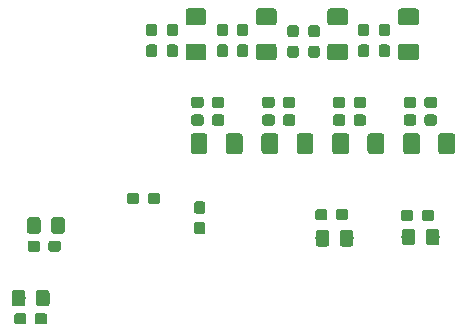
<source format=gbr>
G04 #@! TF.GenerationSoftware,KiCad,Pcbnew,5.0.2-bee76a0~70~ubuntu18.04.1*
G04 #@! TF.CreationDate,2019-10-10T22:37:19-05:00*
G04 #@! TF.ProjectId,nvmeter,6e766d65-7465-4722-9e6b-696361645f70,rev?*
G04 #@! TF.SameCoordinates,Original*
G04 #@! TF.FileFunction,Paste,Bot*
G04 #@! TF.FilePolarity,Positive*
%FSLAX46Y46*%
G04 Gerber Fmt 4.6, Leading zero omitted, Abs format (unit mm)*
G04 Created by KiCad (PCBNEW 5.0.2-bee76a0~70~ubuntu18.04.1) date Thu 10 Oct 2019 10:37:19 PM CDT*
%MOMM*%
%LPD*%
G01*
G04 APERTURE LIST*
%ADD10C,0.100000*%
%ADD11C,0.950000*%
%ADD12C,1.150000*%
%ADD13C,1.425000*%
G04 APERTURE END LIST*
D10*
G04 #@! TO.C,C31*
G36*
X50528089Y-38094415D02*
X50551144Y-38097834D01*
X50573753Y-38103498D01*
X50595697Y-38111350D01*
X50616767Y-38121315D01*
X50636758Y-38133297D01*
X50655478Y-38147181D01*
X50672748Y-38162833D01*
X50688400Y-38180103D01*
X50702284Y-38198823D01*
X50714266Y-38218814D01*
X50724231Y-38239884D01*
X50732083Y-38261828D01*
X50737747Y-38284437D01*
X50741166Y-38307492D01*
X50742310Y-38330771D01*
X50742310Y-38805771D01*
X50741166Y-38829050D01*
X50737747Y-38852105D01*
X50732083Y-38874714D01*
X50724231Y-38896658D01*
X50714266Y-38917728D01*
X50702284Y-38937719D01*
X50688400Y-38956439D01*
X50672748Y-38973709D01*
X50655478Y-38989361D01*
X50636758Y-39003245D01*
X50616767Y-39015227D01*
X50595697Y-39025192D01*
X50573753Y-39033044D01*
X50551144Y-39038708D01*
X50528089Y-39042127D01*
X50504810Y-39043271D01*
X49929810Y-39043271D01*
X49906531Y-39042127D01*
X49883476Y-39038708D01*
X49860867Y-39033044D01*
X49838923Y-39025192D01*
X49817853Y-39015227D01*
X49797862Y-39003245D01*
X49779142Y-38989361D01*
X49761872Y-38973709D01*
X49746220Y-38956439D01*
X49732336Y-38937719D01*
X49720354Y-38917728D01*
X49710389Y-38896658D01*
X49702537Y-38874714D01*
X49696873Y-38852105D01*
X49693454Y-38829050D01*
X49692310Y-38805771D01*
X49692310Y-38330771D01*
X49693454Y-38307492D01*
X49696873Y-38284437D01*
X49702537Y-38261828D01*
X49710389Y-38239884D01*
X49720354Y-38218814D01*
X49732336Y-38198823D01*
X49746220Y-38180103D01*
X49761872Y-38162833D01*
X49779142Y-38147181D01*
X49797862Y-38133297D01*
X49817853Y-38121315D01*
X49838923Y-38111350D01*
X49860867Y-38103498D01*
X49883476Y-38097834D01*
X49906531Y-38094415D01*
X49929810Y-38093271D01*
X50504810Y-38093271D01*
X50528089Y-38094415D01*
X50528089Y-38094415D01*
G37*
D11*
X50217310Y-38568271D03*
D10*
G36*
X52278089Y-38094415D02*
X52301144Y-38097834D01*
X52323753Y-38103498D01*
X52345697Y-38111350D01*
X52366767Y-38121315D01*
X52386758Y-38133297D01*
X52405478Y-38147181D01*
X52422748Y-38162833D01*
X52438400Y-38180103D01*
X52452284Y-38198823D01*
X52464266Y-38218814D01*
X52474231Y-38239884D01*
X52482083Y-38261828D01*
X52487747Y-38284437D01*
X52491166Y-38307492D01*
X52492310Y-38330771D01*
X52492310Y-38805771D01*
X52491166Y-38829050D01*
X52487747Y-38852105D01*
X52482083Y-38874714D01*
X52474231Y-38896658D01*
X52464266Y-38917728D01*
X52452284Y-38937719D01*
X52438400Y-38956439D01*
X52422748Y-38973709D01*
X52405478Y-38989361D01*
X52386758Y-39003245D01*
X52366767Y-39015227D01*
X52345697Y-39025192D01*
X52323753Y-39033044D01*
X52301144Y-39038708D01*
X52278089Y-39042127D01*
X52254810Y-39043271D01*
X51679810Y-39043271D01*
X51656531Y-39042127D01*
X51633476Y-39038708D01*
X51610867Y-39033044D01*
X51588923Y-39025192D01*
X51567853Y-39015227D01*
X51547862Y-39003245D01*
X51529142Y-38989361D01*
X51511872Y-38973709D01*
X51496220Y-38956439D01*
X51482336Y-38937719D01*
X51470354Y-38917728D01*
X51460389Y-38896658D01*
X51452537Y-38874714D01*
X51446873Y-38852105D01*
X51443454Y-38829050D01*
X51442310Y-38805771D01*
X51442310Y-38330771D01*
X51443454Y-38307492D01*
X51446873Y-38284437D01*
X51452537Y-38261828D01*
X51460389Y-38239884D01*
X51470354Y-38218814D01*
X51482336Y-38198823D01*
X51496220Y-38180103D01*
X51511872Y-38162833D01*
X51529142Y-38147181D01*
X51547862Y-38133297D01*
X51567853Y-38121315D01*
X51588923Y-38111350D01*
X51610867Y-38103498D01*
X51633476Y-38097834D01*
X51656531Y-38094415D01*
X51679810Y-38093271D01*
X52254810Y-38093271D01*
X52278089Y-38094415D01*
X52278089Y-38094415D01*
G37*
D11*
X51967310Y-38568271D03*
G04 #@! TD*
D10*
G04 #@! TO.C,C27*
G36*
X61014321Y-47607559D02*
X61037376Y-47610978D01*
X61059985Y-47616642D01*
X61081929Y-47624494D01*
X61102999Y-47634459D01*
X61122990Y-47646441D01*
X61141710Y-47660325D01*
X61158980Y-47675977D01*
X61174632Y-47693247D01*
X61188516Y-47711967D01*
X61200498Y-47731958D01*
X61210463Y-47753028D01*
X61218315Y-47774972D01*
X61223979Y-47797581D01*
X61227398Y-47820636D01*
X61228542Y-47843915D01*
X61228542Y-48318915D01*
X61227398Y-48342194D01*
X61223979Y-48365249D01*
X61218315Y-48387858D01*
X61210463Y-48409802D01*
X61200498Y-48430872D01*
X61188516Y-48450863D01*
X61174632Y-48469583D01*
X61158980Y-48486853D01*
X61141710Y-48502505D01*
X61122990Y-48516389D01*
X61102999Y-48528371D01*
X61081929Y-48538336D01*
X61059985Y-48546188D01*
X61037376Y-48551852D01*
X61014321Y-48555271D01*
X60991042Y-48556415D01*
X60416042Y-48556415D01*
X60392763Y-48555271D01*
X60369708Y-48551852D01*
X60347099Y-48546188D01*
X60325155Y-48538336D01*
X60304085Y-48528371D01*
X60284094Y-48516389D01*
X60265374Y-48502505D01*
X60248104Y-48486853D01*
X60232452Y-48469583D01*
X60218568Y-48450863D01*
X60206586Y-48430872D01*
X60196621Y-48409802D01*
X60188769Y-48387858D01*
X60183105Y-48365249D01*
X60179686Y-48342194D01*
X60178542Y-48318915D01*
X60178542Y-47843915D01*
X60179686Y-47820636D01*
X60183105Y-47797581D01*
X60188769Y-47774972D01*
X60196621Y-47753028D01*
X60206586Y-47731958D01*
X60218568Y-47711967D01*
X60232452Y-47693247D01*
X60248104Y-47675977D01*
X60265374Y-47660325D01*
X60284094Y-47646441D01*
X60304085Y-47634459D01*
X60325155Y-47624494D01*
X60347099Y-47616642D01*
X60369708Y-47610978D01*
X60392763Y-47607559D01*
X60416042Y-47606415D01*
X60991042Y-47606415D01*
X61014321Y-47607559D01*
X61014321Y-47607559D01*
G37*
D11*
X60703542Y-48081415D03*
D10*
G36*
X62764321Y-47607559D02*
X62787376Y-47610978D01*
X62809985Y-47616642D01*
X62831929Y-47624494D01*
X62852999Y-47634459D01*
X62872990Y-47646441D01*
X62891710Y-47660325D01*
X62908980Y-47675977D01*
X62924632Y-47693247D01*
X62938516Y-47711967D01*
X62950498Y-47731958D01*
X62960463Y-47753028D01*
X62968315Y-47774972D01*
X62973979Y-47797581D01*
X62977398Y-47820636D01*
X62978542Y-47843915D01*
X62978542Y-48318915D01*
X62977398Y-48342194D01*
X62973979Y-48365249D01*
X62968315Y-48387858D01*
X62960463Y-48409802D01*
X62950498Y-48430872D01*
X62938516Y-48450863D01*
X62924632Y-48469583D01*
X62908980Y-48486853D01*
X62891710Y-48502505D01*
X62872990Y-48516389D01*
X62852999Y-48528371D01*
X62831929Y-48538336D01*
X62809985Y-48546188D01*
X62787376Y-48551852D01*
X62764321Y-48555271D01*
X62741042Y-48556415D01*
X62166042Y-48556415D01*
X62142763Y-48555271D01*
X62119708Y-48551852D01*
X62097099Y-48546188D01*
X62075155Y-48538336D01*
X62054085Y-48528371D01*
X62034094Y-48516389D01*
X62015374Y-48502505D01*
X61998104Y-48486853D01*
X61982452Y-48469583D01*
X61968568Y-48450863D01*
X61956586Y-48430872D01*
X61946621Y-48409802D01*
X61938769Y-48387858D01*
X61933105Y-48365249D01*
X61929686Y-48342194D01*
X61928542Y-48318915D01*
X61928542Y-47843915D01*
X61929686Y-47820636D01*
X61933105Y-47797581D01*
X61938769Y-47774972D01*
X61946621Y-47753028D01*
X61956586Y-47731958D01*
X61968568Y-47711967D01*
X61982452Y-47693247D01*
X61998104Y-47675977D01*
X62015374Y-47660325D01*
X62034094Y-47646441D01*
X62054085Y-47634459D01*
X62075155Y-47624494D01*
X62097099Y-47616642D01*
X62119708Y-47610978D01*
X62142763Y-47607559D01*
X62166042Y-47606415D01*
X62741042Y-47606415D01*
X62764321Y-47607559D01*
X62764321Y-47607559D01*
G37*
D11*
X62453542Y-48081415D03*
G04 #@! TD*
D10*
G04 #@! TO.C,C28*
G36*
X68293898Y-47660930D02*
X68316953Y-47664349D01*
X68339562Y-47670013D01*
X68361506Y-47677865D01*
X68382576Y-47687830D01*
X68402567Y-47699812D01*
X68421287Y-47713696D01*
X68438557Y-47729348D01*
X68454209Y-47746618D01*
X68468093Y-47765338D01*
X68480075Y-47785329D01*
X68490040Y-47806399D01*
X68497892Y-47828343D01*
X68503556Y-47850952D01*
X68506975Y-47874007D01*
X68508119Y-47897286D01*
X68508119Y-48372286D01*
X68506975Y-48395565D01*
X68503556Y-48418620D01*
X68497892Y-48441229D01*
X68490040Y-48463173D01*
X68480075Y-48484243D01*
X68468093Y-48504234D01*
X68454209Y-48522954D01*
X68438557Y-48540224D01*
X68421287Y-48555876D01*
X68402567Y-48569760D01*
X68382576Y-48581742D01*
X68361506Y-48591707D01*
X68339562Y-48599559D01*
X68316953Y-48605223D01*
X68293898Y-48608642D01*
X68270619Y-48609786D01*
X67695619Y-48609786D01*
X67672340Y-48608642D01*
X67649285Y-48605223D01*
X67626676Y-48599559D01*
X67604732Y-48591707D01*
X67583662Y-48581742D01*
X67563671Y-48569760D01*
X67544951Y-48555876D01*
X67527681Y-48540224D01*
X67512029Y-48522954D01*
X67498145Y-48504234D01*
X67486163Y-48484243D01*
X67476198Y-48463173D01*
X67468346Y-48441229D01*
X67462682Y-48418620D01*
X67459263Y-48395565D01*
X67458119Y-48372286D01*
X67458119Y-47897286D01*
X67459263Y-47874007D01*
X67462682Y-47850952D01*
X67468346Y-47828343D01*
X67476198Y-47806399D01*
X67486163Y-47785329D01*
X67498145Y-47765338D01*
X67512029Y-47746618D01*
X67527681Y-47729348D01*
X67544951Y-47713696D01*
X67563671Y-47699812D01*
X67583662Y-47687830D01*
X67604732Y-47677865D01*
X67626676Y-47670013D01*
X67649285Y-47664349D01*
X67672340Y-47660930D01*
X67695619Y-47659786D01*
X68270619Y-47659786D01*
X68293898Y-47660930D01*
X68293898Y-47660930D01*
G37*
D11*
X67983119Y-48134786D03*
D10*
G36*
X70043898Y-47660930D02*
X70066953Y-47664349D01*
X70089562Y-47670013D01*
X70111506Y-47677865D01*
X70132576Y-47687830D01*
X70152567Y-47699812D01*
X70171287Y-47713696D01*
X70188557Y-47729348D01*
X70204209Y-47746618D01*
X70218093Y-47765338D01*
X70230075Y-47785329D01*
X70240040Y-47806399D01*
X70247892Y-47828343D01*
X70253556Y-47850952D01*
X70256975Y-47874007D01*
X70258119Y-47897286D01*
X70258119Y-48372286D01*
X70256975Y-48395565D01*
X70253556Y-48418620D01*
X70247892Y-48441229D01*
X70240040Y-48463173D01*
X70230075Y-48484243D01*
X70218093Y-48504234D01*
X70204209Y-48522954D01*
X70188557Y-48540224D01*
X70171287Y-48555876D01*
X70152567Y-48569760D01*
X70132576Y-48581742D01*
X70111506Y-48591707D01*
X70089562Y-48599559D01*
X70066953Y-48605223D01*
X70043898Y-48608642D01*
X70020619Y-48609786D01*
X69445619Y-48609786D01*
X69422340Y-48608642D01*
X69399285Y-48605223D01*
X69376676Y-48599559D01*
X69354732Y-48591707D01*
X69333662Y-48581742D01*
X69313671Y-48569760D01*
X69294951Y-48555876D01*
X69277681Y-48540224D01*
X69262029Y-48522954D01*
X69248145Y-48504234D01*
X69236163Y-48484243D01*
X69226198Y-48463173D01*
X69218346Y-48441229D01*
X69212682Y-48418620D01*
X69209263Y-48395565D01*
X69208119Y-48372286D01*
X69208119Y-47897286D01*
X69209263Y-47874007D01*
X69212682Y-47850952D01*
X69218346Y-47828343D01*
X69226198Y-47806399D01*
X69236163Y-47785329D01*
X69248145Y-47765338D01*
X69262029Y-47746618D01*
X69277681Y-47729348D01*
X69294951Y-47713696D01*
X69313671Y-47699812D01*
X69333662Y-47687830D01*
X69354732Y-47677865D01*
X69376676Y-47670013D01*
X69399285Y-47664349D01*
X69422340Y-47660930D01*
X69445619Y-47659786D01*
X70020619Y-47659786D01*
X70043898Y-47660930D01*
X70043898Y-47660930D01*
G37*
D11*
X69733119Y-48134786D03*
G04 #@! TD*
D10*
G04 #@! TO.C,C13*
G36*
X68528089Y-39594415D02*
X68551144Y-39597834D01*
X68573753Y-39603498D01*
X68595697Y-39611350D01*
X68616767Y-39621315D01*
X68636758Y-39633297D01*
X68655478Y-39647181D01*
X68672748Y-39662833D01*
X68688400Y-39680103D01*
X68702284Y-39698823D01*
X68714266Y-39718814D01*
X68724231Y-39739884D01*
X68732083Y-39761828D01*
X68737747Y-39784437D01*
X68741166Y-39807492D01*
X68742310Y-39830771D01*
X68742310Y-40305771D01*
X68741166Y-40329050D01*
X68737747Y-40352105D01*
X68732083Y-40374714D01*
X68724231Y-40396658D01*
X68714266Y-40417728D01*
X68702284Y-40437719D01*
X68688400Y-40456439D01*
X68672748Y-40473709D01*
X68655478Y-40489361D01*
X68636758Y-40503245D01*
X68616767Y-40515227D01*
X68595697Y-40525192D01*
X68573753Y-40533044D01*
X68551144Y-40538708D01*
X68528089Y-40542127D01*
X68504810Y-40543271D01*
X67929810Y-40543271D01*
X67906531Y-40542127D01*
X67883476Y-40538708D01*
X67860867Y-40533044D01*
X67838923Y-40525192D01*
X67817853Y-40515227D01*
X67797862Y-40503245D01*
X67779142Y-40489361D01*
X67761872Y-40473709D01*
X67746220Y-40456439D01*
X67732336Y-40437719D01*
X67720354Y-40417728D01*
X67710389Y-40396658D01*
X67702537Y-40374714D01*
X67696873Y-40352105D01*
X67693454Y-40329050D01*
X67692310Y-40305771D01*
X67692310Y-39830771D01*
X67693454Y-39807492D01*
X67696873Y-39784437D01*
X67702537Y-39761828D01*
X67710389Y-39739884D01*
X67720354Y-39718814D01*
X67732336Y-39698823D01*
X67746220Y-39680103D01*
X67761872Y-39662833D01*
X67779142Y-39647181D01*
X67797862Y-39633297D01*
X67817853Y-39621315D01*
X67838923Y-39611350D01*
X67860867Y-39603498D01*
X67883476Y-39597834D01*
X67906531Y-39594415D01*
X67929810Y-39593271D01*
X68504810Y-39593271D01*
X68528089Y-39594415D01*
X68528089Y-39594415D01*
G37*
D11*
X68217310Y-40068271D03*
D10*
G36*
X70278089Y-39594415D02*
X70301144Y-39597834D01*
X70323753Y-39603498D01*
X70345697Y-39611350D01*
X70366767Y-39621315D01*
X70386758Y-39633297D01*
X70405478Y-39647181D01*
X70422748Y-39662833D01*
X70438400Y-39680103D01*
X70452284Y-39698823D01*
X70464266Y-39718814D01*
X70474231Y-39739884D01*
X70482083Y-39761828D01*
X70487747Y-39784437D01*
X70491166Y-39807492D01*
X70492310Y-39830771D01*
X70492310Y-40305771D01*
X70491166Y-40329050D01*
X70487747Y-40352105D01*
X70482083Y-40374714D01*
X70474231Y-40396658D01*
X70464266Y-40417728D01*
X70452284Y-40437719D01*
X70438400Y-40456439D01*
X70422748Y-40473709D01*
X70405478Y-40489361D01*
X70386758Y-40503245D01*
X70366767Y-40515227D01*
X70345697Y-40525192D01*
X70323753Y-40533044D01*
X70301144Y-40538708D01*
X70278089Y-40542127D01*
X70254810Y-40543271D01*
X69679810Y-40543271D01*
X69656531Y-40542127D01*
X69633476Y-40538708D01*
X69610867Y-40533044D01*
X69588923Y-40525192D01*
X69567853Y-40515227D01*
X69547862Y-40503245D01*
X69529142Y-40489361D01*
X69511872Y-40473709D01*
X69496220Y-40456439D01*
X69482336Y-40437719D01*
X69470354Y-40417728D01*
X69460389Y-40396658D01*
X69452537Y-40374714D01*
X69446873Y-40352105D01*
X69443454Y-40329050D01*
X69442310Y-40305771D01*
X69442310Y-39830771D01*
X69443454Y-39807492D01*
X69446873Y-39784437D01*
X69452537Y-39761828D01*
X69460389Y-39739884D01*
X69470354Y-39718814D01*
X69482336Y-39698823D01*
X69496220Y-39680103D01*
X69511872Y-39662833D01*
X69529142Y-39647181D01*
X69547862Y-39633297D01*
X69567853Y-39621315D01*
X69588923Y-39611350D01*
X69610867Y-39603498D01*
X69633476Y-39597834D01*
X69656531Y-39594415D01*
X69679810Y-39593271D01*
X70254810Y-39593271D01*
X70278089Y-39594415D01*
X70278089Y-39594415D01*
G37*
D11*
X69967310Y-40068271D03*
G04 #@! TD*
D10*
G04 #@! TO.C,C54*
G36*
X50665626Y-48702401D02*
X50688681Y-48705820D01*
X50711290Y-48711484D01*
X50733234Y-48719336D01*
X50754304Y-48729301D01*
X50774295Y-48741283D01*
X50793015Y-48755167D01*
X50810285Y-48770819D01*
X50825937Y-48788089D01*
X50839821Y-48806809D01*
X50851803Y-48826800D01*
X50861768Y-48847870D01*
X50869620Y-48869814D01*
X50875284Y-48892423D01*
X50878703Y-48915478D01*
X50879847Y-48938757D01*
X50879847Y-49513757D01*
X50878703Y-49537036D01*
X50875284Y-49560091D01*
X50869620Y-49582700D01*
X50861768Y-49604644D01*
X50851803Y-49625714D01*
X50839821Y-49645705D01*
X50825937Y-49664425D01*
X50810285Y-49681695D01*
X50793015Y-49697347D01*
X50774295Y-49711231D01*
X50754304Y-49723213D01*
X50733234Y-49733178D01*
X50711290Y-49741030D01*
X50688681Y-49746694D01*
X50665626Y-49750113D01*
X50642347Y-49751257D01*
X50167347Y-49751257D01*
X50144068Y-49750113D01*
X50121013Y-49746694D01*
X50098404Y-49741030D01*
X50076460Y-49733178D01*
X50055390Y-49723213D01*
X50035399Y-49711231D01*
X50016679Y-49697347D01*
X49999409Y-49681695D01*
X49983757Y-49664425D01*
X49969873Y-49645705D01*
X49957891Y-49625714D01*
X49947926Y-49604644D01*
X49940074Y-49582700D01*
X49934410Y-49560091D01*
X49930991Y-49537036D01*
X49929847Y-49513757D01*
X49929847Y-48938757D01*
X49930991Y-48915478D01*
X49934410Y-48892423D01*
X49940074Y-48869814D01*
X49947926Y-48847870D01*
X49957891Y-48826800D01*
X49969873Y-48806809D01*
X49983757Y-48788089D01*
X49999409Y-48770819D01*
X50016679Y-48755167D01*
X50035399Y-48741283D01*
X50055390Y-48729301D01*
X50076460Y-48719336D01*
X50098404Y-48711484D01*
X50121013Y-48705820D01*
X50144068Y-48702401D01*
X50167347Y-48701257D01*
X50642347Y-48701257D01*
X50665626Y-48702401D01*
X50665626Y-48702401D01*
G37*
D11*
X50404847Y-49226257D03*
D10*
G36*
X50665626Y-46952401D02*
X50688681Y-46955820D01*
X50711290Y-46961484D01*
X50733234Y-46969336D01*
X50754304Y-46979301D01*
X50774295Y-46991283D01*
X50793015Y-47005167D01*
X50810285Y-47020819D01*
X50825937Y-47038089D01*
X50839821Y-47056809D01*
X50851803Y-47076800D01*
X50861768Y-47097870D01*
X50869620Y-47119814D01*
X50875284Y-47142423D01*
X50878703Y-47165478D01*
X50879847Y-47188757D01*
X50879847Y-47763757D01*
X50878703Y-47787036D01*
X50875284Y-47810091D01*
X50869620Y-47832700D01*
X50861768Y-47854644D01*
X50851803Y-47875714D01*
X50839821Y-47895705D01*
X50825937Y-47914425D01*
X50810285Y-47931695D01*
X50793015Y-47947347D01*
X50774295Y-47961231D01*
X50754304Y-47973213D01*
X50733234Y-47983178D01*
X50711290Y-47991030D01*
X50688681Y-47996694D01*
X50665626Y-48000113D01*
X50642347Y-48001257D01*
X50167347Y-48001257D01*
X50144068Y-48000113D01*
X50121013Y-47996694D01*
X50098404Y-47991030D01*
X50076460Y-47983178D01*
X50055390Y-47973213D01*
X50035399Y-47961231D01*
X50016679Y-47947347D01*
X49999409Y-47931695D01*
X49983757Y-47914425D01*
X49969873Y-47895705D01*
X49957891Y-47875714D01*
X49947926Y-47854644D01*
X49940074Y-47832700D01*
X49934410Y-47810091D01*
X49930991Y-47787036D01*
X49929847Y-47763757D01*
X49929847Y-47188757D01*
X49930991Y-47165478D01*
X49934410Y-47142423D01*
X49940074Y-47119814D01*
X49947926Y-47097870D01*
X49957891Y-47076800D01*
X49969873Y-47056809D01*
X49983757Y-47038089D01*
X49999409Y-47020819D01*
X50016679Y-47005167D01*
X50035399Y-46991283D01*
X50055390Y-46979301D01*
X50076460Y-46969336D01*
X50098404Y-46961484D01*
X50121013Y-46955820D01*
X50144068Y-46952401D01*
X50167347Y-46951257D01*
X50642347Y-46951257D01*
X50665626Y-46952401D01*
X50665626Y-46952401D01*
G37*
D11*
X50404847Y-47476257D03*
G04 #@! TD*
D10*
G04 #@! TO.C,C15*
G36*
X56542385Y-39594415D02*
X56565440Y-39597834D01*
X56588049Y-39603498D01*
X56609993Y-39611350D01*
X56631063Y-39621315D01*
X56651054Y-39633297D01*
X56669774Y-39647181D01*
X56687044Y-39662833D01*
X56702696Y-39680103D01*
X56716580Y-39698823D01*
X56728562Y-39718814D01*
X56738527Y-39739884D01*
X56746379Y-39761828D01*
X56752043Y-39784437D01*
X56755462Y-39807492D01*
X56756606Y-39830771D01*
X56756606Y-40305771D01*
X56755462Y-40329050D01*
X56752043Y-40352105D01*
X56746379Y-40374714D01*
X56738527Y-40396658D01*
X56728562Y-40417728D01*
X56716580Y-40437719D01*
X56702696Y-40456439D01*
X56687044Y-40473709D01*
X56669774Y-40489361D01*
X56651054Y-40503245D01*
X56631063Y-40515227D01*
X56609993Y-40525192D01*
X56588049Y-40533044D01*
X56565440Y-40538708D01*
X56542385Y-40542127D01*
X56519106Y-40543271D01*
X55944106Y-40543271D01*
X55920827Y-40542127D01*
X55897772Y-40538708D01*
X55875163Y-40533044D01*
X55853219Y-40525192D01*
X55832149Y-40515227D01*
X55812158Y-40503245D01*
X55793438Y-40489361D01*
X55776168Y-40473709D01*
X55760516Y-40456439D01*
X55746632Y-40437719D01*
X55734650Y-40417728D01*
X55724685Y-40396658D01*
X55716833Y-40374714D01*
X55711169Y-40352105D01*
X55707750Y-40329050D01*
X55706606Y-40305771D01*
X55706606Y-39830771D01*
X55707750Y-39807492D01*
X55711169Y-39784437D01*
X55716833Y-39761828D01*
X55724685Y-39739884D01*
X55734650Y-39718814D01*
X55746632Y-39698823D01*
X55760516Y-39680103D01*
X55776168Y-39662833D01*
X55793438Y-39647181D01*
X55812158Y-39633297D01*
X55832149Y-39621315D01*
X55853219Y-39611350D01*
X55875163Y-39603498D01*
X55897772Y-39597834D01*
X55920827Y-39594415D01*
X55944106Y-39593271D01*
X56519106Y-39593271D01*
X56542385Y-39594415D01*
X56542385Y-39594415D01*
G37*
D11*
X56231606Y-40068271D03*
D10*
G36*
X58292385Y-39594415D02*
X58315440Y-39597834D01*
X58338049Y-39603498D01*
X58359993Y-39611350D01*
X58381063Y-39621315D01*
X58401054Y-39633297D01*
X58419774Y-39647181D01*
X58437044Y-39662833D01*
X58452696Y-39680103D01*
X58466580Y-39698823D01*
X58478562Y-39718814D01*
X58488527Y-39739884D01*
X58496379Y-39761828D01*
X58502043Y-39784437D01*
X58505462Y-39807492D01*
X58506606Y-39830771D01*
X58506606Y-40305771D01*
X58505462Y-40329050D01*
X58502043Y-40352105D01*
X58496379Y-40374714D01*
X58488527Y-40396658D01*
X58478562Y-40417728D01*
X58466580Y-40437719D01*
X58452696Y-40456439D01*
X58437044Y-40473709D01*
X58419774Y-40489361D01*
X58401054Y-40503245D01*
X58381063Y-40515227D01*
X58359993Y-40525192D01*
X58338049Y-40533044D01*
X58315440Y-40538708D01*
X58292385Y-40542127D01*
X58269106Y-40543271D01*
X57694106Y-40543271D01*
X57670827Y-40542127D01*
X57647772Y-40538708D01*
X57625163Y-40533044D01*
X57603219Y-40525192D01*
X57582149Y-40515227D01*
X57562158Y-40503245D01*
X57543438Y-40489361D01*
X57526168Y-40473709D01*
X57510516Y-40456439D01*
X57496632Y-40437719D01*
X57484650Y-40417728D01*
X57474685Y-40396658D01*
X57466833Y-40374714D01*
X57461169Y-40352105D01*
X57457750Y-40329050D01*
X57456606Y-40305771D01*
X57456606Y-39830771D01*
X57457750Y-39807492D01*
X57461169Y-39784437D01*
X57466833Y-39761828D01*
X57474685Y-39739884D01*
X57484650Y-39718814D01*
X57496632Y-39698823D01*
X57510516Y-39680103D01*
X57526168Y-39662833D01*
X57543438Y-39647181D01*
X57562158Y-39633297D01*
X57582149Y-39621315D01*
X57603219Y-39611350D01*
X57625163Y-39603498D01*
X57647772Y-39597834D01*
X57670827Y-39594415D01*
X57694106Y-39593271D01*
X58269106Y-39593271D01*
X58292385Y-39594415D01*
X58292385Y-39594415D01*
G37*
D11*
X57981606Y-40068271D03*
G04 #@! TD*
D10*
G04 #@! TO.C,C16*
G36*
X54299238Y-31919415D02*
X54322293Y-31922834D01*
X54344902Y-31928498D01*
X54366846Y-31936350D01*
X54387916Y-31946315D01*
X54407907Y-31958297D01*
X54426627Y-31972181D01*
X54443897Y-31987833D01*
X54459549Y-32005103D01*
X54473433Y-32023823D01*
X54485415Y-32043814D01*
X54495380Y-32064884D01*
X54503232Y-32086828D01*
X54508896Y-32109437D01*
X54512315Y-32132492D01*
X54513459Y-32155771D01*
X54513459Y-32730771D01*
X54512315Y-32754050D01*
X54508896Y-32777105D01*
X54503232Y-32799714D01*
X54495380Y-32821658D01*
X54485415Y-32842728D01*
X54473433Y-32862719D01*
X54459549Y-32881439D01*
X54443897Y-32898709D01*
X54426627Y-32914361D01*
X54407907Y-32928245D01*
X54387916Y-32940227D01*
X54366846Y-32950192D01*
X54344902Y-32958044D01*
X54322293Y-32963708D01*
X54299238Y-32967127D01*
X54275959Y-32968271D01*
X53800959Y-32968271D01*
X53777680Y-32967127D01*
X53754625Y-32963708D01*
X53732016Y-32958044D01*
X53710072Y-32950192D01*
X53689002Y-32940227D01*
X53669011Y-32928245D01*
X53650291Y-32914361D01*
X53633021Y-32898709D01*
X53617369Y-32881439D01*
X53603485Y-32862719D01*
X53591503Y-32842728D01*
X53581538Y-32821658D01*
X53573686Y-32799714D01*
X53568022Y-32777105D01*
X53564603Y-32754050D01*
X53563459Y-32730771D01*
X53563459Y-32155771D01*
X53564603Y-32132492D01*
X53568022Y-32109437D01*
X53573686Y-32086828D01*
X53581538Y-32064884D01*
X53591503Y-32043814D01*
X53603485Y-32023823D01*
X53617369Y-32005103D01*
X53633021Y-31987833D01*
X53650291Y-31972181D01*
X53669011Y-31958297D01*
X53689002Y-31946315D01*
X53710072Y-31936350D01*
X53732016Y-31928498D01*
X53754625Y-31922834D01*
X53777680Y-31919415D01*
X53800959Y-31918271D01*
X54275959Y-31918271D01*
X54299238Y-31919415D01*
X54299238Y-31919415D01*
G37*
D11*
X54038459Y-32443271D03*
D10*
G36*
X54299238Y-33669415D02*
X54322293Y-33672834D01*
X54344902Y-33678498D01*
X54366846Y-33686350D01*
X54387916Y-33696315D01*
X54407907Y-33708297D01*
X54426627Y-33722181D01*
X54443897Y-33737833D01*
X54459549Y-33755103D01*
X54473433Y-33773823D01*
X54485415Y-33793814D01*
X54495380Y-33814884D01*
X54503232Y-33836828D01*
X54508896Y-33859437D01*
X54512315Y-33882492D01*
X54513459Y-33905771D01*
X54513459Y-34480771D01*
X54512315Y-34504050D01*
X54508896Y-34527105D01*
X54503232Y-34549714D01*
X54495380Y-34571658D01*
X54485415Y-34592728D01*
X54473433Y-34612719D01*
X54459549Y-34631439D01*
X54443897Y-34648709D01*
X54426627Y-34664361D01*
X54407907Y-34678245D01*
X54387916Y-34690227D01*
X54366846Y-34700192D01*
X54344902Y-34708044D01*
X54322293Y-34713708D01*
X54299238Y-34717127D01*
X54275959Y-34718271D01*
X53800959Y-34718271D01*
X53777680Y-34717127D01*
X53754625Y-34713708D01*
X53732016Y-34708044D01*
X53710072Y-34700192D01*
X53689002Y-34690227D01*
X53669011Y-34678245D01*
X53650291Y-34664361D01*
X53633021Y-34648709D01*
X53617369Y-34631439D01*
X53603485Y-34612719D01*
X53591503Y-34592728D01*
X53581538Y-34571658D01*
X53573686Y-34549714D01*
X53568022Y-34527105D01*
X53564603Y-34504050D01*
X53563459Y-34480771D01*
X53563459Y-33905771D01*
X53564603Y-33882492D01*
X53568022Y-33859437D01*
X53573686Y-33836828D01*
X53581538Y-33814884D01*
X53591503Y-33793814D01*
X53603485Y-33773823D01*
X53617369Y-33755103D01*
X53633021Y-33737833D01*
X53650291Y-33722181D01*
X53669011Y-33708297D01*
X53689002Y-33696315D01*
X53710072Y-33686350D01*
X53732016Y-33678498D01*
X53754625Y-33672834D01*
X53777680Y-33669415D01*
X53800959Y-33668271D01*
X54275959Y-33668271D01*
X54299238Y-33669415D01*
X54299238Y-33669415D01*
G37*
D11*
X54038459Y-34193271D03*
G04 #@! TD*
D10*
G04 #@! TO.C,C17*
G36*
X68528089Y-38094415D02*
X68551144Y-38097834D01*
X68573753Y-38103498D01*
X68595697Y-38111350D01*
X68616767Y-38121315D01*
X68636758Y-38133297D01*
X68655478Y-38147181D01*
X68672748Y-38162833D01*
X68688400Y-38180103D01*
X68702284Y-38198823D01*
X68714266Y-38218814D01*
X68724231Y-38239884D01*
X68732083Y-38261828D01*
X68737747Y-38284437D01*
X68741166Y-38307492D01*
X68742310Y-38330771D01*
X68742310Y-38805771D01*
X68741166Y-38829050D01*
X68737747Y-38852105D01*
X68732083Y-38874714D01*
X68724231Y-38896658D01*
X68714266Y-38917728D01*
X68702284Y-38937719D01*
X68688400Y-38956439D01*
X68672748Y-38973709D01*
X68655478Y-38989361D01*
X68636758Y-39003245D01*
X68616767Y-39015227D01*
X68595697Y-39025192D01*
X68573753Y-39033044D01*
X68551144Y-39038708D01*
X68528089Y-39042127D01*
X68504810Y-39043271D01*
X67929810Y-39043271D01*
X67906531Y-39042127D01*
X67883476Y-39038708D01*
X67860867Y-39033044D01*
X67838923Y-39025192D01*
X67817853Y-39015227D01*
X67797862Y-39003245D01*
X67779142Y-38989361D01*
X67761872Y-38973709D01*
X67746220Y-38956439D01*
X67732336Y-38937719D01*
X67720354Y-38917728D01*
X67710389Y-38896658D01*
X67702537Y-38874714D01*
X67696873Y-38852105D01*
X67693454Y-38829050D01*
X67692310Y-38805771D01*
X67692310Y-38330771D01*
X67693454Y-38307492D01*
X67696873Y-38284437D01*
X67702537Y-38261828D01*
X67710389Y-38239884D01*
X67720354Y-38218814D01*
X67732336Y-38198823D01*
X67746220Y-38180103D01*
X67761872Y-38162833D01*
X67779142Y-38147181D01*
X67797862Y-38133297D01*
X67817853Y-38121315D01*
X67838923Y-38111350D01*
X67860867Y-38103498D01*
X67883476Y-38097834D01*
X67906531Y-38094415D01*
X67929810Y-38093271D01*
X68504810Y-38093271D01*
X68528089Y-38094415D01*
X68528089Y-38094415D01*
G37*
D11*
X68217310Y-38568271D03*
D10*
G36*
X70278089Y-38094415D02*
X70301144Y-38097834D01*
X70323753Y-38103498D01*
X70345697Y-38111350D01*
X70366767Y-38121315D01*
X70386758Y-38133297D01*
X70405478Y-38147181D01*
X70422748Y-38162833D01*
X70438400Y-38180103D01*
X70452284Y-38198823D01*
X70464266Y-38218814D01*
X70474231Y-38239884D01*
X70482083Y-38261828D01*
X70487747Y-38284437D01*
X70491166Y-38307492D01*
X70492310Y-38330771D01*
X70492310Y-38805771D01*
X70491166Y-38829050D01*
X70487747Y-38852105D01*
X70482083Y-38874714D01*
X70474231Y-38896658D01*
X70464266Y-38917728D01*
X70452284Y-38937719D01*
X70438400Y-38956439D01*
X70422748Y-38973709D01*
X70405478Y-38989361D01*
X70386758Y-39003245D01*
X70366767Y-39015227D01*
X70345697Y-39025192D01*
X70323753Y-39033044D01*
X70301144Y-39038708D01*
X70278089Y-39042127D01*
X70254810Y-39043271D01*
X69679810Y-39043271D01*
X69656531Y-39042127D01*
X69633476Y-39038708D01*
X69610867Y-39033044D01*
X69588923Y-39025192D01*
X69567853Y-39015227D01*
X69547862Y-39003245D01*
X69529142Y-38989361D01*
X69511872Y-38973709D01*
X69496220Y-38956439D01*
X69482336Y-38937719D01*
X69470354Y-38917728D01*
X69460389Y-38896658D01*
X69452537Y-38874714D01*
X69446873Y-38852105D01*
X69443454Y-38829050D01*
X69442310Y-38805771D01*
X69442310Y-38330771D01*
X69443454Y-38307492D01*
X69446873Y-38284437D01*
X69452537Y-38261828D01*
X69460389Y-38239884D01*
X69470354Y-38218814D01*
X69482336Y-38198823D01*
X69496220Y-38180103D01*
X69511872Y-38162833D01*
X69529142Y-38147181D01*
X69547862Y-38133297D01*
X69567853Y-38121315D01*
X69588923Y-38111350D01*
X69610867Y-38103498D01*
X69633476Y-38097834D01*
X69656531Y-38094415D01*
X69679810Y-38093271D01*
X70254810Y-38093271D01*
X70278089Y-38094415D01*
X70278089Y-38094415D01*
G37*
D11*
X69967310Y-38568271D03*
G04 #@! TD*
D10*
G04 #@! TO.C,C18*
G36*
X64557087Y-31919415D02*
X64580142Y-31922834D01*
X64602751Y-31928498D01*
X64624695Y-31936350D01*
X64645765Y-31946315D01*
X64665756Y-31958297D01*
X64684476Y-31972181D01*
X64701746Y-31987833D01*
X64717398Y-32005103D01*
X64731282Y-32023823D01*
X64743264Y-32043814D01*
X64753229Y-32064884D01*
X64761081Y-32086828D01*
X64766745Y-32109437D01*
X64770164Y-32132492D01*
X64771308Y-32155771D01*
X64771308Y-32730771D01*
X64770164Y-32754050D01*
X64766745Y-32777105D01*
X64761081Y-32799714D01*
X64753229Y-32821658D01*
X64743264Y-32842728D01*
X64731282Y-32862719D01*
X64717398Y-32881439D01*
X64701746Y-32898709D01*
X64684476Y-32914361D01*
X64665756Y-32928245D01*
X64645765Y-32940227D01*
X64624695Y-32950192D01*
X64602751Y-32958044D01*
X64580142Y-32963708D01*
X64557087Y-32967127D01*
X64533808Y-32968271D01*
X64058808Y-32968271D01*
X64035529Y-32967127D01*
X64012474Y-32963708D01*
X63989865Y-32958044D01*
X63967921Y-32950192D01*
X63946851Y-32940227D01*
X63926860Y-32928245D01*
X63908140Y-32914361D01*
X63890870Y-32898709D01*
X63875218Y-32881439D01*
X63861334Y-32862719D01*
X63849352Y-32842728D01*
X63839387Y-32821658D01*
X63831535Y-32799714D01*
X63825871Y-32777105D01*
X63822452Y-32754050D01*
X63821308Y-32730771D01*
X63821308Y-32155771D01*
X63822452Y-32132492D01*
X63825871Y-32109437D01*
X63831535Y-32086828D01*
X63839387Y-32064884D01*
X63849352Y-32043814D01*
X63861334Y-32023823D01*
X63875218Y-32005103D01*
X63890870Y-31987833D01*
X63908140Y-31972181D01*
X63926860Y-31958297D01*
X63946851Y-31946315D01*
X63967921Y-31936350D01*
X63989865Y-31928498D01*
X64012474Y-31922834D01*
X64035529Y-31919415D01*
X64058808Y-31918271D01*
X64533808Y-31918271D01*
X64557087Y-31919415D01*
X64557087Y-31919415D01*
G37*
D11*
X64296308Y-32443271D03*
D10*
G36*
X64557087Y-33669415D02*
X64580142Y-33672834D01*
X64602751Y-33678498D01*
X64624695Y-33686350D01*
X64645765Y-33696315D01*
X64665756Y-33708297D01*
X64684476Y-33722181D01*
X64701746Y-33737833D01*
X64717398Y-33755103D01*
X64731282Y-33773823D01*
X64743264Y-33793814D01*
X64753229Y-33814884D01*
X64761081Y-33836828D01*
X64766745Y-33859437D01*
X64770164Y-33882492D01*
X64771308Y-33905771D01*
X64771308Y-34480771D01*
X64770164Y-34504050D01*
X64766745Y-34527105D01*
X64761081Y-34549714D01*
X64753229Y-34571658D01*
X64743264Y-34592728D01*
X64731282Y-34612719D01*
X64717398Y-34631439D01*
X64701746Y-34648709D01*
X64684476Y-34664361D01*
X64665756Y-34678245D01*
X64645765Y-34690227D01*
X64624695Y-34700192D01*
X64602751Y-34708044D01*
X64580142Y-34713708D01*
X64557087Y-34717127D01*
X64533808Y-34718271D01*
X64058808Y-34718271D01*
X64035529Y-34717127D01*
X64012474Y-34713708D01*
X63989865Y-34708044D01*
X63967921Y-34700192D01*
X63946851Y-34690227D01*
X63926860Y-34678245D01*
X63908140Y-34664361D01*
X63890870Y-34648709D01*
X63875218Y-34631439D01*
X63861334Y-34612719D01*
X63849352Y-34592728D01*
X63839387Y-34571658D01*
X63831535Y-34549714D01*
X63825871Y-34527105D01*
X63822452Y-34504050D01*
X63821308Y-34480771D01*
X63821308Y-33905771D01*
X63822452Y-33882492D01*
X63825871Y-33859437D01*
X63831535Y-33836828D01*
X63839387Y-33814884D01*
X63849352Y-33793814D01*
X63861334Y-33773823D01*
X63875218Y-33755103D01*
X63890870Y-33737833D01*
X63908140Y-33722181D01*
X63926860Y-33708297D01*
X63946851Y-33696315D01*
X63967921Y-33686350D01*
X63989865Y-33678498D01*
X64012474Y-33672834D01*
X64035529Y-33669415D01*
X64058808Y-33668271D01*
X64533808Y-33668271D01*
X64557087Y-33669415D01*
X64557087Y-33669415D01*
G37*
D11*
X64296308Y-34193271D03*
G04 #@! TD*
D10*
G04 #@! TO.C,C19*
G36*
X56542385Y-38094415D02*
X56565440Y-38097834D01*
X56588049Y-38103498D01*
X56609993Y-38111350D01*
X56631063Y-38121315D01*
X56651054Y-38133297D01*
X56669774Y-38147181D01*
X56687044Y-38162833D01*
X56702696Y-38180103D01*
X56716580Y-38198823D01*
X56728562Y-38218814D01*
X56738527Y-38239884D01*
X56746379Y-38261828D01*
X56752043Y-38284437D01*
X56755462Y-38307492D01*
X56756606Y-38330771D01*
X56756606Y-38805771D01*
X56755462Y-38829050D01*
X56752043Y-38852105D01*
X56746379Y-38874714D01*
X56738527Y-38896658D01*
X56728562Y-38917728D01*
X56716580Y-38937719D01*
X56702696Y-38956439D01*
X56687044Y-38973709D01*
X56669774Y-38989361D01*
X56651054Y-39003245D01*
X56631063Y-39015227D01*
X56609993Y-39025192D01*
X56588049Y-39033044D01*
X56565440Y-39038708D01*
X56542385Y-39042127D01*
X56519106Y-39043271D01*
X55944106Y-39043271D01*
X55920827Y-39042127D01*
X55897772Y-39038708D01*
X55875163Y-39033044D01*
X55853219Y-39025192D01*
X55832149Y-39015227D01*
X55812158Y-39003245D01*
X55793438Y-38989361D01*
X55776168Y-38973709D01*
X55760516Y-38956439D01*
X55746632Y-38937719D01*
X55734650Y-38917728D01*
X55724685Y-38896658D01*
X55716833Y-38874714D01*
X55711169Y-38852105D01*
X55707750Y-38829050D01*
X55706606Y-38805771D01*
X55706606Y-38330771D01*
X55707750Y-38307492D01*
X55711169Y-38284437D01*
X55716833Y-38261828D01*
X55724685Y-38239884D01*
X55734650Y-38218814D01*
X55746632Y-38198823D01*
X55760516Y-38180103D01*
X55776168Y-38162833D01*
X55793438Y-38147181D01*
X55812158Y-38133297D01*
X55832149Y-38121315D01*
X55853219Y-38111350D01*
X55875163Y-38103498D01*
X55897772Y-38097834D01*
X55920827Y-38094415D01*
X55944106Y-38093271D01*
X56519106Y-38093271D01*
X56542385Y-38094415D01*
X56542385Y-38094415D01*
G37*
D11*
X56231606Y-38568271D03*
D10*
G36*
X58292385Y-38094415D02*
X58315440Y-38097834D01*
X58338049Y-38103498D01*
X58359993Y-38111350D01*
X58381063Y-38121315D01*
X58401054Y-38133297D01*
X58419774Y-38147181D01*
X58437044Y-38162833D01*
X58452696Y-38180103D01*
X58466580Y-38198823D01*
X58478562Y-38218814D01*
X58488527Y-38239884D01*
X58496379Y-38261828D01*
X58502043Y-38284437D01*
X58505462Y-38307492D01*
X58506606Y-38330771D01*
X58506606Y-38805771D01*
X58505462Y-38829050D01*
X58502043Y-38852105D01*
X58496379Y-38874714D01*
X58488527Y-38896658D01*
X58478562Y-38917728D01*
X58466580Y-38937719D01*
X58452696Y-38956439D01*
X58437044Y-38973709D01*
X58419774Y-38989361D01*
X58401054Y-39003245D01*
X58381063Y-39015227D01*
X58359993Y-39025192D01*
X58338049Y-39033044D01*
X58315440Y-39038708D01*
X58292385Y-39042127D01*
X58269106Y-39043271D01*
X57694106Y-39043271D01*
X57670827Y-39042127D01*
X57647772Y-39038708D01*
X57625163Y-39033044D01*
X57603219Y-39025192D01*
X57582149Y-39015227D01*
X57562158Y-39003245D01*
X57543438Y-38989361D01*
X57526168Y-38973709D01*
X57510516Y-38956439D01*
X57496632Y-38937719D01*
X57484650Y-38917728D01*
X57474685Y-38896658D01*
X57466833Y-38874714D01*
X57461169Y-38852105D01*
X57457750Y-38829050D01*
X57456606Y-38805771D01*
X57456606Y-38330771D01*
X57457750Y-38307492D01*
X57461169Y-38284437D01*
X57466833Y-38261828D01*
X57474685Y-38239884D01*
X57484650Y-38218814D01*
X57496632Y-38198823D01*
X57510516Y-38180103D01*
X57526168Y-38162833D01*
X57543438Y-38147181D01*
X57562158Y-38133297D01*
X57582149Y-38121315D01*
X57603219Y-38111350D01*
X57625163Y-38103498D01*
X57647772Y-38097834D01*
X57670827Y-38094415D01*
X57694106Y-38093271D01*
X58269106Y-38093271D01*
X58292385Y-38094415D01*
X58292385Y-38094415D01*
G37*
D11*
X57981606Y-38568271D03*
G04 #@! TD*
D10*
G04 #@! TO.C,C20*
G36*
X52603089Y-31919415D02*
X52626144Y-31922834D01*
X52648753Y-31928498D01*
X52670697Y-31936350D01*
X52691767Y-31946315D01*
X52711758Y-31958297D01*
X52730478Y-31972181D01*
X52747748Y-31987833D01*
X52763400Y-32005103D01*
X52777284Y-32023823D01*
X52789266Y-32043814D01*
X52799231Y-32064884D01*
X52807083Y-32086828D01*
X52812747Y-32109437D01*
X52816166Y-32132492D01*
X52817310Y-32155771D01*
X52817310Y-32730771D01*
X52816166Y-32754050D01*
X52812747Y-32777105D01*
X52807083Y-32799714D01*
X52799231Y-32821658D01*
X52789266Y-32842728D01*
X52777284Y-32862719D01*
X52763400Y-32881439D01*
X52747748Y-32898709D01*
X52730478Y-32914361D01*
X52711758Y-32928245D01*
X52691767Y-32940227D01*
X52670697Y-32950192D01*
X52648753Y-32958044D01*
X52626144Y-32963708D01*
X52603089Y-32967127D01*
X52579810Y-32968271D01*
X52104810Y-32968271D01*
X52081531Y-32967127D01*
X52058476Y-32963708D01*
X52035867Y-32958044D01*
X52013923Y-32950192D01*
X51992853Y-32940227D01*
X51972862Y-32928245D01*
X51954142Y-32914361D01*
X51936872Y-32898709D01*
X51921220Y-32881439D01*
X51907336Y-32862719D01*
X51895354Y-32842728D01*
X51885389Y-32821658D01*
X51877537Y-32799714D01*
X51871873Y-32777105D01*
X51868454Y-32754050D01*
X51867310Y-32730771D01*
X51867310Y-32155771D01*
X51868454Y-32132492D01*
X51871873Y-32109437D01*
X51877537Y-32086828D01*
X51885389Y-32064884D01*
X51895354Y-32043814D01*
X51907336Y-32023823D01*
X51921220Y-32005103D01*
X51936872Y-31987833D01*
X51954142Y-31972181D01*
X51972862Y-31958297D01*
X51992853Y-31946315D01*
X52013923Y-31936350D01*
X52035867Y-31928498D01*
X52058476Y-31922834D01*
X52081531Y-31919415D01*
X52104810Y-31918271D01*
X52579810Y-31918271D01*
X52603089Y-31919415D01*
X52603089Y-31919415D01*
G37*
D11*
X52342310Y-32443271D03*
D10*
G36*
X52603089Y-33669415D02*
X52626144Y-33672834D01*
X52648753Y-33678498D01*
X52670697Y-33686350D01*
X52691767Y-33696315D01*
X52711758Y-33708297D01*
X52730478Y-33722181D01*
X52747748Y-33737833D01*
X52763400Y-33755103D01*
X52777284Y-33773823D01*
X52789266Y-33793814D01*
X52799231Y-33814884D01*
X52807083Y-33836828D01*
X52812747Y-33859437D01*
X52816166Y-33882492D01*
X52817310Y-33905771D01*
X52817310Y-34480771D01*
X52816166Y-34504050D01*
X52812747Y-34527105D01*
X52807083Y-34549714D01*
X52799231Y-34571658D01*
X52789266Y-34592728D01*
X52777284Y-34612719D01*
X52763400Y-34631439D01*
X52747748Y-34648709D01*
X52730478Y-34664361D01*
X52711758Y-34678245D01*
X52691767Y-34690227D01*
X52670697Y-34700192D01*
X52648753Y-34708044D01*
X52626144Y-34713708D01*
X52603089Y-34717127D01*
X52579810Y-34718271D01*
X52104810Y-34718271D01*
X52081531Y-34717127D01*
X52058476Y-34713708D01*
X52035867Y-34708044D01*
X52013923Y-34700192D01*
X51992853Y-34690227D01*
X51972862Y-34678245D01*
X51954142Y-34664361D01*
X51936872Y-34648709D01*
X51921220Y-34631439D01*
X51907336Y-34612719D01*
X51895354Y-34592728D01*
X51885389Y-34571658D01*
X51877537Y-34549714D01*
X51871873Y-34527105D01*
X51868454Y-34504050D01*
X51867310Y-34480771D01*
X51867310Y-33905771D01*
X51868454Y-33882492D01*
X51871873Y-33859437D01*
X51877537Y-33836828D01*
X51885389Y-33814884D01*
X51895354Y-33793814D01*
X51907336Y-33773823D01*
X51921220Y-33755103D01*
X51936872Y-33737833D01*
X51954142Y-33722181D01*
X51972862Y-33708297D01*
X51992853Y-33696315D01*
X52013923Y-33686350D01*
X52035867Y-33678498D01*
X52058476Y-33672834D01*
X52081531Y-33669415D01*
X52104810Y-33668271D01*
X52579810Y-33668271D01*
X52603089Y-33669415D01*
X52603089Y-33669415D01*
G37*
D11*
X52342310Y-34193271D03*
G04 #@! TD*
D10*
G04 #@! TO.C,C33*
G36*
X37280306Y-56426341D02*
X37303361Y-56429760D01*
X37325970Y-56435424D01*
X37347914Y-56443276D01*
X37368984Y-56453241D01*
X37388975Y-56465223D01*
X37407695Y-56479107D01*
X37424965Y-56494759D01*
X37440617Y-56512029D01*
X37454501Y-56530749D01*
X37466483Y-56550740D01*
X37476448Y-56571810D01*
X37484300Y-56593754D01*
X37489964Y-56616363D01*
X37493383Y-56639418D01*
X37494527Y-56662697D01*
X37494527Y-57137697D01*
X37493383Y-57160976D01*
X37489964Y-57184031D01*
X37484300Y-57206640D01*
X37476448Y-57228584D01*
X37466483Y-57249654D01*
X37454501Y-57269645D01*
X37440617Y-57288365D01*
X37424965Y-57305635D01*
X37407695Y-57321287D01*
X37388975Y-57335171D01*
X37368984Y-57347153D01*
X37347914Y-57357118D01*
X37325970Y-57364970D01*
X37303361Y-57370634D01*
X37280306Y-57374053D01*
X37257027Y-57375197D01*
X36682027Y-57375197D01*
X36658748Y-57374053D01*
X36635693Y-57370634D01*
X36613084Y-57364970D01*
X36591140Y-57357118D01*
X36570070Y-57347153D01*
X36550079Y-57335171D01*
X36531359Y-57321287D01*
X36514089Y-57305635D01*
X36498437Y-57288365D01*
X36484553Y-57269645D01*
X36472571Y-57249654D01*
X36462606Y-57228584D01*
X36454754Y-57206640D01*
X36449090Y-57184031D01*
X36445671Y-57160976D01*
X36444527Y-57137697D01*
X36444527Y-56662697D01*
X36445671Y-56639418D01*
X36449090Y-56616363D01*
X36454754Y-56593754D01*
X36462606Y-56571810D01*
X36472571Y-56550740D01*
X36484553Y-56530749D01*
X36498437Y-56512029D01*
X36514089Y-56494759D01*
X36531359Y-56479107D01*
X36550079Y-56465223D01*
X36570070Y-56453241D01*
X36591140Y-56443276D01*
X36613084Y-56435424D01*
X36635693Y-56429760D01*
X36658748Y-56426341D01*
X36682027Y-56425197D01*
X37257027Y-56425197D01*
X37280306Y-56426341D01*
X37280306Y-56426341D01*
G37*
D11*
X36969527Y-56900197D03*
D10*
G36*
X35530306Y-56426341D02*
X35553361Y-56429760D01*
X35575970Y-56435424D01*
X35597914Y-56443276D01*
X35618984Y-56453241D01*
X35638975Y-56465223D01*
X35657695Y-56479107D01*
X35674965Y-56494759D01*
X35690617Y-56512029D01*
X35704501Y-56530749D01*
X35716483Y-56550740D01*
X35726448Y-56571810D01*
X35734300Y-56593754D01*
X35739964Y-56616363D01*
X35743383Y-56639418D01*
X35744527Y-56662697D01*
X35744527Y-57137697D01*
X35743383Y-57160976D01*
X35739964Y-57184031D01*
X35734300Y-57206640D01*
X35726448Y-57228584D01*
X35716483Y-57249654D01*
X35704501Y-57269645D01*
X35690617Y-57288365D01*
X35674965Y-57305635D01*
X35657695Y-57321287D01*
X35638975Y-57335171D01*
X35618984Y-57347153D01*
X35597914Y-57357118D01*
X35575970Y-57364970D01*
X35553361Y-57370634D01*
X35530306Y-57374053D01*
X35507027Y-57375197D01*
X34932027Y-57375197D01*
X34908748Y-57374053D01*
X34885693Y-57370634D01*
X34863084Y-57364970D01*
X34841140Y-57357118D01*
X34820070Y-57347153D01*
X34800079Y-57335171D01*
X34781359Y-57321287D01*
X34764089Y-57305635D01*
X34748437Y-57288365D01*
X34734553Y-57269645D01*
X34722571Y-57249654D01*
X34712606Y-57228584D01*
X34704754Y-57206640D01*
X34699090Y-57184031D01*
X34695671Y-57160976D01*
X34694527Y-57137697D01*
X34694527Y-56662697D01*
X34695671Y-56639418D01*
X34699090Y-56616363D01*
X34704754Y-56593754D01*
X34712606Y-56571810D01*
X34722571Y-56550740D01*
X34734553Y-56530749D01*
X34748437Y-56512029D01*
X34764089Y-56494759D01*
X34781359Y-56479107D01*
X34800079Y-56465223D01*
X34820070Y-56453241D01*
X34841140Y-56443276D01*
X34863084Y-56435424D01*
X34885693Y-56429760D01*
X34908748Y-56426341D01*
X34932027Y-56425197D01*
X35507027Y-56425197D01*
X35530306Y-56426341D01*
X35530306Y-56426341D01*
G37*
D11*
X35219527Y-56900197D03*
G04 #@! TD*
D10*
G04 #@! TO.C,C14*
G36*
X66307087Y-33669415D02*
X66330142Y-33672834D01*
X66352751Y-33678498D01*
X66374695Y-33686350D01*
X66395765Y-33696315D01*
X66415756Y-33708297D01*
X66434476Y-33722181D01*
X66451746Y-33737833D01*
X66467398Y-33755103D01*
X66481282Y-33773823D01*
X66493264Y-33793814D01*
X66503229Y-33814884D01*
X66511081Y-33836828D01*
X66516745Y-33859437D01*
X66520164Y-33882492D01*
X66521308Y-33905771D01*
X66521308Y-34480771D01*
X66520164Y-34504050D01*
X66516745Y-34527105D01*
X66511081Y-34549714D01*
X66503229Y-34571658D01*
X66493264Y-34592728D01*
X66481282Y-34612719D01*
X66467398Y-34631439D01*
X66451746Y-34648709D01*
X66434476Y-34664361D01*
X66415756Y-34678245D01*
X66395765Y-34690227D01*
X66374695Y-34700192D01*
X66352751Y-34708044D01*
X66330142Y-34713708D01*
X66307087Y-34717127D01*
X66283808Y-34718271D01*
X65808808Y-34718271D01*
X65785529Y-34717127D01*
X65762474Y-34713708D01*
X65739865Y-34708044D01*
X65717921Y-34700192D01*
X65696851Y-34690227D01*
X65676860Y-34678245D01*
X65658140Y-34664361D01*
X65640870Y-34648709D01*
X65625218Y-34631439D01*
X65611334Y-34612719D01*
X65599352Y-34592728D01*
X65589387Y-34571658D01*
X65581535Y-34549714D01*
X65575871Y-34527105D01*
X65572452Y-34504050D01*
X65571308Y-34480771D01*
X65571308Y-33905771D01*
X65572452Y-33882492D01*
X65575871Y-33859437D01*
X65581535Y-33836828D01*
X65589387Y-33814884D01*
X65599352Y-33793814D01*
X65611334Y-33773823D01*
X65625218Y-33755103D01*
X65640870Y-33737833D01*
X65658140Y-33722181D01*
X65676860Y-33708297D01*
X65696851Y-33696315D01*
X65717921Y-33686350D01*
X65739865Y-33678498D01*
X65762474Y-33672834D01*
X65785529Y-33669415D01*
X65808808Y-33668271D01*
X66283808Y-33668271D01*
X66307087Y-33669415D01*
X66307087Y-33669415D01*
G37*
D11*
X66046308Y-34193271D03*
D10*
G36*
X66307087Y-31919415D02*
X66330142Y-31922834D01*
X66352751Y-31928498D01*
X66374695Y-31936350D01*
X66395765Y-31946315D01*
X66415756Y-31958297D01*
X66434476Y-31972181D01*
X66451746Y-31987833D01*
X66467398Y-32005103D01*
X66481282Y-32023823D01*
X66493264Y-32043814D01*
X66503229Y-32064884D01*
X66511081Y-32086828D01*
X66516745Y-32109437D01*
X66520164Y-32132492D01*
X66521308Y-32155771D01*
X66521308Y-32730771D01*
X66520164Y-32754050D01*
X66516745Y-32777105D01*
X66511081Y-32799714D01*
X66503229Y-32821658D01*
X66493264Y-32842728D01*
X66481282Y-32862719D01*
X66467398Y-32881439D01*
X66451746Y-32898709D01*
X66434476Y-32914361D01*
X66415756Y-32928245D01*
X66395765Y-32940227D01*
X66374695Y-32950192D01*
X66352751Y-32958044D01*
X66330142Y-32963708D01*
X66307087Y-32967127D01*
X66283808Y-32968271D01*
X65808808Y-32968271D01*
X65785529Y-32967127D01*
X65762474Y-32963708D01*
X65739865Y-32958044D01*
X65717921Y-32950192D01*
X65696851Y-32940227D01*
X65676860Y-32928245D01*
X65658140Y-32914361D01*
X65640870Y-32898709D01*
X65625218Y-32881439D01*
X65611334Y-32862719D01*
X65599352Y-32842728D01*
X65589387Y-32821658D01*
X65581535Y-32799714D01*
X65575871Y-32777105D01*
X65572452Y-32754050D01*
X65571308Y-32730771D01*
X65571308Y-32155771D01*
X65572452Y-32132492D01*
X65575871Y-32109437D01*
X65581535Y-32086828D01*
X65589387Y-32064884D01*
X65599352Y-32043814D01*
X65611334Y-32023823D01*
X65625218Y-32005103D01*
X65640870Y-31987833D01*
X65658140Y-31972181D01*
X65676860Y-31958297D01*
X65696851Y-31946315D01*
X65717921Y-31936350D01*
X65739865Y-31928498D01*
X65762474Y-31922834D01*
X65785529Y-31919415D01*
X65808808Y-31918271D01*
X66283808Y-31918271D01*
X66307087Y-31919415D01*
X66307087Y-31919415D01*
G37*
D11*
X66046308Y-32443271D03*
G04 #@! TD*
D10*
G04 #@! TO.C,C55*
G36*
X46840626Y-46227401D02*
X46863681Y-46230820D01*
X46886290Y-46236484D01*
X46908234Y-46244336D01*
X46929304Y-46254301D01*
X46949295Y-46266283D01*
X46968015Y-46280167D01*
X46985285Y-46295819D01*
X47000937Y-46313089D01*
X47014821Y-46331809D01*
X47026803Y-46351800D01*
X47036768Y-46372870D01*
X47044620Y-46394814D01*
X47050284Y-46417423D01*
X47053703Y-46440478D01*
X47054847Y-46463757D01*
X47054847Y-46938757D01*
X47053703Y-46962036D01*
X47050284Y-46985091D01*
X47044620Y-47007700D01*
X47036768Y-47029644D01*
X47026803Y-47050714D01*
X47014821Y-47070705D01*
X47000937Y-47089425D01*
X46985285Y-47106695D01*
X46968015Y-47122347D01*
X46949295Y-47136231D01*
X46929304Y-47148213D01*
X46908234Y-47158178D01*
X46886290Y-47166030D01*
X46863681Y-47171694D01*
X46840626Y-47175113D01*
X46817347Y-47176257D01*
X46242347Y-47176257D01*
X46219068Y-47175113D01*
X46196013Y-47171694D01*
X46173404Y-47166030D01*
X46151460Y-47158178D01*
X46130390Y-47148213D01*
X46110399Y-47136231D01*
X46091679Y-47122347D01*
X46074409Y-47106695D01*
X46058757Y-47089425D01*
X46044873Y-47070705D01*
X46032891Y-47050714D01*
X46022926Y-47029644D01*
X46015074Y-47007700D01*
X46009410Y-46985091D01*
X46005991Y-46962036D01*
X46004847Y-46938757D01*
X46004847Y-46463757D01*
X46005991Y-46440478D01*
X46009410Y-46417423D01*
X46015074Y-46394814D01*
X46022926Y-46372870D01*
X46032891Y-46351800D01*
X46044873Y-46331809D01*
X46058757Y-46313089D01*
X46074409Y-46295819D01*
X46091679Y-46280167D01*
X46110399Y-46266283D01*
X46130390Y-46254301D01*
X46151460Y-46244336D01*
X46173404Y-46236484D01*
X46196013Y-46230820D01*
X46219068Y-46227401D01*
X46242347Y-46226257D01*
X46817347Y-46226257D01*
X46840626Y-46227401D01*
X46840626Y-46227401D01*
G37*
D11*
X46529847Y-46701257D03*
D10*
G36*
X45090626Y-46227401D02*
X45113681Y-46230820D01*
X45136290Y-46236484D01*
X45158234Y-46244336D01*
X45179304Y-46254301D01*
X45199295Y-46266283D01*
X45218015Y-46280167D01*
X45235285Y-46295819D01*
X45250937Y-46313089D01*
X45264821Y-46331809D01*
X45276803Y-46351800D01*
X45286768Y-46372870D01*
X45294620Y-46394814D01*
X45300284Y-46417423D01*
X45303703Y-46440478D01*
X45304847Y-46463757D01*
X45304847Y-46938757D01*
X45303703Y-46962036D01*
X45300284Y-46985091D01*
X45294620Y-47007700D01*
X45286768Y-47029644D01*
X45276803Y-47050714D01*
X45264821Y-47070705D01*
X45250937Y-47089425D01*
X45235285Y-47106695D01*
X45218015Y-47122347D01*
X45199295Y-47136231D01*
X45179304Y-47148213D01*
X45158234Y-47158178D01*
X45136290Y-47166030D01*
X45113681Y-47171694D01*
X45090626Y-47175113D01*
X45067347Y-47176257D01*
X44492347Y-47176257D01*
X44469068Y-47175113D01*
X44446013Y-47171694D01*
X44423404Y-47166030D01*
X44401460Y-47158178D01*
X44380390Y-47148213D01*
X44360399Y-47136231D01*
X44341679Y-47122347D01*
X44324409Y-47106695D01*
X44308757Y-47089425D01*
X44294873Y-47070705D01*
X44282891Y-47050714D01*
X44272926Y-47029644D01*
X44265074Y-47007700D01*
X44259410Y-46985091D01*
X44255991Y-46962036D01*
X44254847Y-46938757D01*
X44254847Y-46463757D01*
X44255991Y-46440478D01*
X44259410Y-46417423D01*
X44265074Y-46394814D01*
X44272926Y-46372870D01*
X44282891Y-46351800D01*
X44294873Y-46331809D01*
X44308757Y-46313089D01*
X44324409Y-46295819D01*
X44341679Y-46280167D01*
X44360399Y-46266283D01*
X44380390Y-46254301D01*
X44401460Y-46244336D01*
X44423404Y-46236484D01*
X44446013Y-46230820D01*
X44469068Y-46227401D01*
X44492347Y-46226257D01*
X45067347Y-46226257D01*
X45090626Y-46227401D01*
X45090626Y-46227401D01*
G37*
D11*
X44779847Y-46701257D03*
G04 #@! TD*
D10*
G04 #@! TO.C,C29*
G36*
X62528089Y-38094415D02*
X62551144Y-38097834D01*
X62573753Y-38103498D01*
X62595697Y-38111350D01*
X62616767Y-38121315D01*
X62636758Y-38133297D01*
X62655478Y-38147181D01*
X62672748Y-38162833D01*
X62688400Y-38180103D01*
X62702284Y-38198823D01*
X62714266Y-38218814D01*
X62724231Y-38239884D01*
X62732083Y-38261828D01*
X62737747Y-38284437D01*
X62741166Y-38307492D01*
X62742310Y-38330771D01*
X62742310Y-38805771D01*
X62741166Y-38829050D01*
X62737747Y-38852105D01*
X62732083Y-38874714D01*
X62724231Y-38896658D01*
X62714266Y-38917728D01*
X62702284Y-38937719D01*
X62688400Y-38956439D01*
X62672748Y-38973709D01*
X62655478Y-38989361D01*
X62636758Y-39003245D01*
X62616767Y-39015227D01*
X62595697Y-39025192D01*
X62573753Y-39033044D01*
X62551144Y-39038708D01*
X62528089Y-39042127D01*
X62504810Y-39043271D01*
X61929810Y-39043271D01*
X61906531Y-39042127D01*
X61883476Y-39038708D01*
X61860867Y-39033044D01*
X61838923Y-39025192D01*
X61817853Y-39015227D01*
X61797862Y-39003245D01*
X61779142Y-38989361D01*
X61761872Y-38973709D01*
X61746220Y-38956439D01*
X61732336Y-38937719D01*
X61720354Y-38917728D01*
X61710389Y-38896658D01*
X61702537Y-38874714D01*
X61696873Y-38852105D01*
X61693454Y-38829050D01*
X61692310Y-38805771D01*
X61692310Y-38330771D01*
X61693454Y-38307492D01*
X61696873Y-38284437D01*
X61702537Y-38261828D01*
X61710389Y-38239884D01*
X61720354Y-38218814D01*
X61732336Y-38198823D01*
X61746220Y-38180103D01*
X61761872Y-38162833D01*
X61779142Y-38147181D01*
X61797862Y-38133297D01*
X61817853Y-38121315D01*
X61838923Y-38111350D01*
X61860867Y-38103498D01*
X61883476Y-38097834D01*
X61906531Y-38094415D01*
X61929810Y-38093271D01*
X62504810Y-38093271D01*
X62528089Y-38094415D01*
X62528089Y-38094415D01*
G37*
D11*
X62217310Y-38568271D03*
D10*
G36*
X64278089Y-38094415D02*
X64301144Y-38097834D01*
X64323753Y-38103498D01*
X64345697Y-38111350D01*
X64366767Y-38121315D01*
X64386758Y-38133297D01*
X64405478Y-38147181D01*
X64422748Y-38162833D01*
X64438400Y-38180103D01*
X64452284Y-38198823D01*
X64464266Y-38218814D01*
X64474231Y-38239884D01*
X64482083Y-38261828D01*
X64487747Y-38284437D01*
X64491166Y-38307492D01*
X64492310Y-38330771D01*
X64492310Y-38805771D01*
X64491166Y-38829050D01*
X64487747Y-38852105D01*
X64482083Y-38874714D01*
X64474231Y-38896658D01*
X64464266Y-38917728D01*
X64452284Y-38937719D01*
X64438400Y-38956439D01*
X64422748Y-38973709D01*
X64405478Y-38989361D01*
X64386758Y-39003245D01*
X64366767Y-39015227D01*
X64345697Y-39025192D01*
X64323753Y-39033044D01*
X64301144Y-39038708D01*
X64278089Y-39042127D01*
X64254810Y-39043271D01*
X63679810Y-39043271D01*
X63656531Y-39042127D01*
X63633476Y-39038708D01*
X63610867Y-39033044D01*
X63588923Y-39025192D01*
X63567853Y-39015227D01*
X63547862Y-39003245D01*
X63529142Y-38989361D01*
X63511872Y-38973709D01*
X63496220Y-38956439D01*
X63482336Y-38937719D01*
X63470354Y-38917728D01*
X63460389Y-38896658D01*
X63452537Y-38874714D01*
X63446873Y-38852105D01*
X63443454Y-38829050D01*
X63442310Y-38805771D01*
X63442310Y-38330771D01*
X63443454Y-38307492D01*
X63446873Y-38284437D01*
X63452537Y-38261828D01*
X63460389Y-38239884D01*
X63470354Y-38218814D01*
X63482336Y-38198823D01*
X63496220Y-38180103D01*
X63511872Y-38162833D01*
X63529142Y-38147181D01*
X63547862Y-38133297D01*
X63567853Y-38121315D01*
X63588923Y-38111350D01*
X63610867Y-38103498D01*
X63633476Y-38097834D01*
X63656531Y-38094415D01*
X63679810Y-38093271D01*
X64254810Y-38093271D01*
X64278089Y-38094415D01*
X64278089Y-38094415D01*
G37*
D11*
X63967310Y-38568271D03*
G04 #@! TD*
D10*
G04 #@! TO.C,C49*
G36*
X36679346Y-50278461D02*
X36702401Y-50281880D01*
X36725010Y-50287544D01*
X36746954Y-50295396D01*
X36768024Y-50305361D01*
X36788015Y-50317343D01*
X36806735Y-50331227D01*
X36824005Y-50346879D01*
X36839657Y-50364149D01*
X36853541Y-50382869D01*
X36865523Y-50402860D01*
X36875488Y-50423930D01*
X36883340Y-50445874D01*
X36889004Y-50468483D01*
X36892423Y-50491538D01*
X36893567Y-50514817D01*
X36893567Y-50989817D01*
X36892423Y-51013096D01*
X36889004Y-51036151D01*
X36883340Y-51058760D01*
X36875488Y-51080704D01*
X36865523Y-51101774D01*
X36853541Y-51121765D01*
X36839657Y-51140485D01*
X36824005Y-51157755D01*
X36806735Y-51173407D01*
X36788015Y-51187291D01*
X36768024Y-51199273D01*
X36746954Y-51209238D01*
X36725010Y-51217090D01*
X36702401Y-51222754D01*
X36679346Y-51226173D01*
X36656067Y-51227317D01*
X36081067Y-51227317D01*
X36057788Y-51226173D01*
X36034733Y-51222754D01*
X36012124Y-51217090D01*
X35990180Y-51209238D01*
X35969110Y-51199273D01*
X35949119Y-51187291D01*
X35930399Y-51173407D01*
X35913129Y-51157755D01*
X35897477Y-51140485D01*
X35883593Y-51121765D01*
X35871611Y-51101774D01*
X35861646Y-51080704D01*
X35853794Y-51058760D01*
X35848130Y-51036151D01*
X35844711Y-51013096D01*
X35843567Y-50989817D01*
X35843567Y-50514817D01*
X35844711Y-50491538D01*
X35848130Y-50468483D01*
X35853794Y-50445874D01*
X35861646Y-50423930D01*
X35871611Y-50402860D01*
X35883593Y-50382869D01*
X35897477Y-50364149D01*
X35913129Y-50346879D01*
X35930399Y-50331227D01*
X35949119Y-50317343D01*
X35969110Y-50305361D01*
X35990180Y-50295396D01*
X36012124Y-50287544D01*
X36034733Y-50281880D01*
X36057788Y-50278461D01*
X36081067Y-50277317D01*
X36656067Y-50277317D01*
X36679346Y-50278461D01*
X36679346Y-50278461D01*
G37*
D11*
X36368567Y-50752317D03*
D10*
G36*
X38429346Y-50278461D02*
X38452401Y-50281880D01*
X38475010Y-50287544D01*
X38496954Y-50295396D01*
X38518024Y-50305361D01*
X38538015Y-50317343D01*
X38556735Y-50331227D01*
X38574005Y-50346879D01*
X38589657Y-50364149D01*
X38603541Y-50382869D01*
X38615523Y-50402860D01*
X38625488Y-50423930D01*
X38633340Y-50445874D01*
X38639004Y-50468483D01*
X38642423Y-50491538D01*
X38643567Y-50514817D01*
X38643567Y-50989817D01*
X38642423Y-51013096D01*
X38639004Y-51036151D01*
X38633340Y-51058760D01*
X38625488Y-51080704D01*
X38615523Y-51101774D01*
X38603541Y-51121765D01*
X38589657Y-51140485D01*
X38574005Y-51157755D01*
X38556735Y-51173407D01*
X38538015Y-51187291D01*
X38518024Y-51199273D01*
X38496954Y-51209238D01*
X38475010Y-51217090D01*
X38452401Y-51222754D01*
X38429346Y-51226173D01*
X38406067Y-51227317D01*
X37831067Y-51227317D01*
X37807788Y-51226173D01*
X37784733Y-51222754D01*
X37762124Y-51217090D01*
X37740180Y-51209238D01*
X37719110Y-51199273D01*
X37699119Y-51187291D01*
X37680399Y-51173407D01*
X37663129Y-51157755D01*
X37647477Y-51140485D01*
X37633593Y-51121765D01*
X37621611Y-51101774D01*
X37611646Y-51080704D01*
X37603794Y-51058760D01*
X37598130Y-51036151D01*
X37594711Y-51013096D01*
X37593567Y-50989817D01*
X37593567Y-50514817D01*
X37594711Y-50491538D01*
X37598130Y-50468483D01*
X37603794Y-50445874D01*
X37611646Y-50423930D01*
X37621611Y-50402860D01*
X37633593Y-50382869D01*
X37647477Y-50364149D01*
X37663129Y-50346879D01*
X37680399Y-50331227D01*
X37699119Y-50317343D01*
X37719110Y-50305361D01*
X37740180Y-50295396D01*
X37762124Y-50287544D01*
X37784733Y-50281880D01*
X37807788Y-50278461D01*
X37831067Y-50277317D01*
X38406067Y-50277317D01*
X38429346Y-50278461D01*
X38429346Y-50278461D01*
G37*
D11*
X38118567Y-50752317D03*
G04 #@! TD*
D10*
G04 #@! TO.C,C32*
G36*
X46603089Y-31919415D02*
X46626144Y-31922834D01*
X46648753Y-31928498D01*
X46670697Y-31936350D01*
X46691767Y-31946315D01*
X46711758Y-31958297D01*
X46730478Y-31972181D01*
X46747748Y-31987833D01*
X46763400Y-32005103D01*
X46777284Y-32023823D01*
X46789266Y-32043814D01*
X46799231Y-32064884D01*
X46807083Y-32086828D01*
X46812747Y-32109437D01*
X46816166Y-32132492D01*
X46817310Y-32155771D01*
X46817310Y-32730771D01*
X46816166Y-32754050D01*
X46812747Y-32777105D01*
X46807083Y-32799714D01*
X46799231Y-32821658D01*
X46789266Y-32842728D01*
X46777284Y-32862719D01*
X46763400Y-32881439D01*
X46747748Y-32898709D01*
X46730478Y-32914361D01*
X46711758Y-32928245D01*
X46691767Y-32940227D01*
X46670697Y-32950192D01*
X46648753Y-32958044D01*
X46626144Y-32963708D01*
X46603089Y-32967127D01*
X46579810Y-32968271D01*
X46104810Y-32968271D01*
X46081531Y-32967127D01*
X46058476Y-32963708D01*
X46035867Y-32958044D01*
X46013923Y-32950192D01*
X45992853Y-32940227D01*
X45972862Y-32928245D01*
X45954142Y-32914361D01*
X45936872Y-32898709D01*
X45921220Y-32881439D01*
X45907336Y-32862719D01*
X45895354Y-32842728D01*
X45885389Y-32821658D01*
X45877537Y-32799714D01*
X45871873Y-32777105D01*
X45868454Y-32754050D01*
X45867310Y-32730771D01*
X45867310Y-32155771D01*
X45868454Y-32132492D01*
X45871873Y-32109437D01*
X45877537Y-32086828D01*
X45885389Y-32064884D01*
X45895354Y-32043814D01*
X45907336Y-32023823D01*
X45921220Y-32005103D01*
X45936872Y-31987833D01*
X45954142Y-31972181D01*
X45972862Y-31958297D01*
X45992853Y-31946315D01*
X46013923Y-31936350D01*
X46035867Y-31928498D01*
X46058476Y-31922834D01*
X46081531Y-31919415D01*
X46104810Y-31918271D01*
X46579810Y-31918271D01*
X46603089Y-31919415D01*
X46603089Y-31919415D01*
G37*
D11*
X46342310Y-32443271D03*
D10*
G36*
X46603089Y-33669415D02*
X46626144Y-33672834D01*
X46648753Y-33678498D01*
X46670697Y-33686350D01*
X46691767Y-33696315D01*
X46711758Y-33708297D01*
X46730478Y-33722181D01*
X46747748Y-33737833D01*
X46763400Y-33755103D01*
X46777284Y-33773823D01*
X46789266Y-33793814D01*
X46799231Y-33814884D01*
X46807083Y-33836828D01*
X46812747Y-33859437D01*
X46816166Y-33882492D01*
X46817310Y-33905771D01*
X46817310Y-34480771D01*
X46816166Y-34504050D01*
X46812747Y-34527105D01*
X46807083Y-34549714D01*
X46799231Y-34571658D01*
X46789266Y-34592728D01*
X46777284Y-34612719D01*
X46763400Y-34631439D01*
X46747748Y-34648709D01*
X46730478Y-34664361D01*
X46711758Y-34678245D01*
X46691767Y-34690227D01*
X46670697Y-34700192D01*
X46648753Y-34708044D01*
X46626144Y-34713708D01*
X46603089Y-34717127D01*
X46579810Y-34718271D01*
X46104810Y-34718271D01*
X46081531Y-34717127D01*
X46058476Y-34713708D01*
X46035867Y-34708044D01*
X46013923Y-34700192D01*
X45992853Y-34690227D01*
X45972862Y-34678245D01*
X45954142Y-34664361D01*
X45936872Y-34648709D01*
X45921220Y-34631439D01*
X45907336Y-34612719D01*
X45895354Y-34592728D01*
X45885389Y-34571658D01*
X45877537Y-34549714D01*
X45871873Y-34527105D01*
X45868454Y-34504050D01*
X45867310Y-34480771D01*
X45867310Y-33905771D01*
X45868454Y-33882492D01*
X45871873Y-33859437D01*
X45877537Y-33836828D01*
X45885389Y-33814884D01*
X45895354Y-33793814D01*
X45907336Y-33773823D01*
X45921220Y-33755103D01*
X45936872Y-33737833D01*
X45954142Y-33722181D01*
X45972862Y-33708297D01*
X45992853Y-33696315D01*
X46013923Y-33686350D01*
X46035867Y-33678498D01*
X46058476Y-33672834D01*
X46081531Y-33669415D01*
X46104810Y-33668271D01*
X46579810Y-33668271D01*
X46603089Y-33669415D01*
X46603089Y-33669415D01*
G37*
D11*
X46342310Y-34193271D03*
G04 #@! TD*
D10*
G04 #@! TO.C,C36*
G36*
X64278089Y-39594415D02*
X64301144Y-39597834D01*
X64323753Y-39603498D01*
X64345697Y-39611350D01*
X64366767Y-39621315D01*
X64386758Y-39633297D01*
X64405478Y-39647181D01*
X64422748Y-39662833D01*
X64438400Y-39680103D01*
X64452284Y-39698823D01*
X64464266Y-39718814D01*
X64474231Y-39739884D01*
X64482083Y-39761828D01*
X64487747Y-39784437D01*
X64491166Y-39807492D01*
X64492310Y-39830771D01*
X64492310Y-40305771D01*
X64491166Y-40329050D01*
X64487747Y-40352105D01*
X64482083Y-40374714D01*
X64474231Y-40396658D01*
X64464266Y-40417728D01*
X64452284Y-40437719D01*
X64438400Y-40456439D01*
X64422748Y-40473709D01*
X64405478Y-40489361D01*
X64386758Y-40503245D01*
X64366767Y-40515227D01*
X64345697Y-40525192D01*
X64323753Y-40533044D01*
X64301144Y-40538708D01*
X64278089Y-40542127D01*
X64254810Y-40543271D01*
X63679810Y-40543271D01*
X63656531Y-40542127D01*
X63633476Y-40538708D01*
X63610867Y-40533044D01*
X63588923Y-40525192D01*
X63567853Y-40515227D01*
X63547862Y-40503245D01*
X63529142Y-40489361D01*
X63511872Y-40473709D01*
X63496220Y-40456439D01*
X63482336Y-40437719D01*
X63470354Y-40417728D01*
X63460389Y-40396658D01*
X63452537Y-40374714D01*
X63446873Y-40352105D01*
X63443454Y-40329050D01*
X63442310Y-40305771D01*
X63442310Y-39830771D01*
X63443454Y-39807492D01*
X63446873Y-39784437D01*
X63452537Y-39761828D01*
X63460389Y-39739884D01*
X63470354Y-39718814D01*
X63482336Y-39698823D01*
X63496220Y-39680103D01*
X63511872Y-39662833D01*
X63529142Y-39647181D01*
X63547862Y-39633297D01*
X63567853Y-39621315D01*
X63588923Y-39611350D01*
X63610867Y-39603498D01*
X63633476Y-39597834D01*
X63656531Y-39594415D01*
X63679810Y-39593271D01*
X64254810Y-39593271D01*
X64278089Y-39594415D01*
X64278089Y-39594415D01*
G37*
D11*
X63967310Y-40068271D03*
D10*
G36*
X62528089Y-39594415D02*
X62551144Y-39597834D01*
X62573753Y-39603498D01*
X62595697Y-39611350D01*
X62616767Y-39621315D01*
X62636758Y-39633297D01*
X62655478Y-39647181D01*
X62672748Y-39662833D01*
X62688400Y-39680103D01*
X62702284Y-39698823D01*
X62714266Y-39718814D01*
X62724231Y-39739884D01*
X62732083Y-39761828D01*
X62737747Y-39784437D01*
X62741166Y-39807492D01*
X62742310Y-39830771D01*
X62742310Y-40305771D01*
X62741166Y-40329050D01*
X62737747Y-40352105D01*
X62732083Y-40374714D01*
X62724231Y-40396658D01*
X62714266Y-40417728D01*
X62702284Y-40437719D01*
X62688400Y-40456439D01*
X62672748Y-40473709D01*
X62655478Y-40489361D01*
X62636758Y-40503245D01*
X62616767Y-40515227D01*
X62595697Y-40525192D01*
X62573753Y-40533044D01*
X62551144Y-40538708D01*
X62528089Y-40542127D01*
X62504810Y-40543271D01*
X61929810Y-40543271D01*
X61906531Y-40542127D01*
X61883476Y-40538708D01*
X61860867Y-40533044D01*
X61838923Y-40525192D01*
X61817853Y-40515227D01*
X61797862Y-40503245D01*
X61779142Y-40489361D01*
X61761872Y-40473709D01*
X61746220Y-40456439D01*
X61732336Y-40437719D01*
X61720354Y-40417728D01*
X61710389Y-40396658D01*
X61702537Y-40374714D01*
X61696873Y-40352105D01*
X61693454Y-40329050D01*
X61692310Y-40305771D01*
X61692310Y-39830771D01*
X61693454Y-39807492D01*
X61696873Y-39784437D01*
X61702537Y-39761828D01*
X61710389Y-39739884D01*
X61720354Y-39718814D01*
X61732336Y-39698823D01*
X61746220Y-39680103D01*
X61761872Y-39662833D01*
X61779142Y-39647181D01*
X61797862Y-39633297D01*
X61817853Y-39621315D01*
X61838923Y-39611350D01*
X61860867Y-39603498D01*
X61883476Y-39597834D01*
X61906531Y-39594415D01*
X61929810Y-39593271D01*
X62504810Y-39593271D01*
X62528089Y-39594415D01*
X62528089Y-39594415D01*
G37*
D11*
X62217310Y-40068271D03*
G04 #@! TD*
D10*
G04 #@! TO.C,C37*
G36*
X60353089Y-33759495D02*
X60376144Y-33762914D01*
X60398753Y-33768578D01*
X60420697Y-33776430D01*
X60441767Y-33786395D01*
X60461758Y-33798377D01*
X60480478Y-33812261D01*
X60497748Y-33827913D01*
X60513400Y-33845183D01*
X60527284Y-33863903D01*
X60539266Y-33883894D01*
X60549231Y-33904964D01*
X60557083Y-33926908D01*
X60562747Y-33949517D01*
X60566166Y-33972572D01*
X60567310Y-33995851D01*
X60567310Y-34570851D01*
X60566166Y-34594130D01*
X60562747Y-34617185D01*
X60557083Y-34639794D01*
X60549231Y-34661738D01*
X60539266Y-34682808D01*
X60527284Y-34702799D01*
X60513400Y-34721519D01*
X60497748Y-34738789D01*
X60480478Y-34754441D01*
X60461758Y-34768325D01*
X60441767Y-34780307D01*
X60420697Y-34790272D01*
X60398753Y-34798124D01*
X60376144Y-34803788D01*
X60353089Y-34807207D01*
X60329810Y-34808351D01*
X59854810Y-34808351D01*
X59831531Y-34807207D01*
X59808476Y-34803788D01*
X59785867Y-34798124D01*
X59763923Y-34790272D01*
X59742853Y-34780307D01*
X59722862Y-34768325D01*
X59704142Y-34754441D01*
X59686872Y-34738789D01*
X59671220Y-34721519D01*
X59657336Y-34702799D01*
X59645354Y-34682808D01*
X59635389Y-34661738D01*
X59627537Y-34639794D01*
X59621873Y-34617185D01*
X59618454Y-34594130D01*
X59617310Y-34570851D01*
X59617310Y-33995851D01*
X59618454Y-33972572D01*
X59621873Y-33949517D01*
X59627537Y-33926908D01*
X59635389Y-33904964D01*
X59645354Y-33883894D01*
X59657336Y-33863903D01*
X59671220Y-33845183D01*
X59686872Y-33827913D01*
X59704142Y-33812261D01*
X59722862Y-33798377D01*
X59742853Y-33786395D01*
X59763923Y-33776430D01*
X59785867Y-33768578D01*
X59808476Y-33762914D01*
X59831531Y-33759495D01*
X59854810Y-33758351D01*
X60329810Y-33758351D01*
X60353089Y-33759495D01*
X60353089Y-33759495D01*
G37*
D11*
X60092310Y-34283351D03*
D10*
G36*
X60353089Y-32009495D02*
X60376144Y-32012914D01*
X60398753Y-32018578D01*
X60420697Y-32026430D01*
X60441767Y-32036395D01*
X60461758Y-32048377D01*
X60480478Y-32062261D01*
X60497748Y-32077913D01*
X60513400Y-32095183D01*
X60527284Y-32113903D01*
X60539266Y-32133894D01*
X60549231Y-32154964D01*
X60557083Y-32176908D01*
X60562747Y-32199517D01*
X60566166Y-32222572D01*
X60567310Y-32245851D01*
X60567310Y-32820851D01*
X60566166Y-32844130D01*
X60562747Y-32867185D01*
X60557083Y-32889794D01*
X60549231Y-32911738D01*
X60539266Y-32932808D01*
X60527284Y-32952799D01*
X60513400Y-32971519D01*
X60497748Y-32988789D01*
X60480478Y-33004441D01*
X60461758Y-33018325D01*
X60441767Y-33030307D01*
X60420697Y-33040272D01*
X60398753Y-33048124D01*
X60376144Y-33053788D01*
X60353089Y-33057207D01*
X60329810Y-33058351D01*
X59854810Y-33058351D01*
X59831531Y-33057207D01*
X59808476Y-33053788D01*
X59785867Y-33048124D01*
X59763923Y-33040272D01*
X59742853Y-33030307D01*
X59722862Y-33018325D01*
X59704142Y-33004441D01*
X59686872Y-32988789D01*
X59671220Y-32971519D01*
X59657336Y-32952799D01*
X59645354Y-32932808D01*
X59635389Y-32911738D01*
X59627537Y-32889794D01*
X59621873Y-32867185D01*
X59618454Y-32844130D01*
X59617310Y-32820851D01*
X59617310Y-32245851D01*
X59618454Y-32222572D01*
X59621873Y-32199517D01*
X59627537Y-32176908D01*
X59635389Y-32154964D01*
X59645354Y-32133894D01*
X59657336Y-32113903D01*
X59671220Y-32095183D01*
X59686872Y-32077913D01*
X59704142Y-32062261D01*
X59722862Y-32048377D01*
X59742853Y-32036395D01*
X59763923Y-32026430D01*
X59785867Y-32018578D01*
X59808476Y-32012914D01*
X59831531Y-32009495D01*
X59854810Y-32008351D01*
X60329810Y-32008351D01*
X60353089Y-32009495D01*
X60353089Y-32009495D01*
G37*
D11*
X60092310Y-32533351D03*
G04 #@! TD*
D10*
G04 #@! TO.C,C38*
G36*
X52278089Y-39594415D02*
X52301144Y-39597834D01*
X52323753Y-39603498D01*
X52345697Y-39611350D01*
X52366767Y-39621315D01*
X52386758Y-39633297D01*
X52405478Y-39647181D01*
X52422748Y-39662833D01*
X52438400Y-39680103D01*
X52452284Y-39698823D01*
X52464266Y-39718814D01*
X52474231Y-39739884D01*
X52482083Y-39761828D01*
X52487747Y-39784437D01*
X52491166Y-39807492D01*
X52492310Y-39830771D01*
X52492310Y-40305771D01*
X52491166Y-40329050D01*
X52487747Y-40352105D01*
X52482083Y-40374714D01*
X52474231Y-40396658D01*
X52464266Y-40417728D01*
X52452284Y-40437719D01*
X52438400Y-40456439D01*
X52422748Y-40473709D01*
X52405478Y-40489361D01*
X52386758Y-40503245D01*
X52366767Y-40515227D01*
X52345697Y-40525192D01*
X52323753Y-40533044D01*
X52301144Y-40538708D01*
X52278089Y-40542127D01*
X52254810Y-40543271D01*
X51679810Y-40543271D01*
X51656531Y-40542127D01*
X51633476Y-40538708D01*
X51610867Y-40533044D01*
X51588923Y-40525192D01*
X51567853Y-40515227D01*
X51547862Y-40503245D01*
X51529142Y-40489361D01*
X51511872Y-40473709D01*
X51496220Y-40456439D01*
X51482336Y-40437719D01*
X51470354Y-40417728D01*
X51460389Y-40396658D01*
X51452537Y-40374714D01*
X51446873Y-40352105D01*
X51443454Y-40329050D01*
X51442310Y-40305771D01*
X51442310Y-39830771D01*
X51443454Y-39807492D01*
X51446873Y-39784437D01*
X51452537Y-39761828D01*
X51460389Y-39739884D01*
X51470354Y-39718814D01*
X51482336Y-39698823D01*
X51496220Y-39680103D01*
X51511872Y-39662833D01*
X51529142Y-39647181D01*
X51547862Y-39633297D01*
X51567853Y-39621315D01*
X51588923Y-39611350D01*
X51610867Y-39603498D01*
X51633476Y-39597834D01*
X51656531Y-39594415D01*
X51679810Y-39593271D01*
X52254810Y-39593271D01*
X52278089Y-39594415D01*
X52278089Y-39594415D01*
G37*
D11*
X51967310Y-40068271D03*
D10*
G36*
X50528089Y-39594415D02*
X50551144Y-39597834D01*
X50573753Y-39603498D01*
X50595697Y-39611350D01*
X50616767Y-39621315D01*
X50636758Y-39633297D01*
X50655478Y-39647181D01*
X50672748Y-39662833D01*
X50688400Y-39680103D01*
X50702284Y-39698823D01*
X50714266Y-39718814D01*
X50724231Y-39739884D01*
X50732083Y-39761828D01*
X50737747Y-39784437D01*
X50741166Y-39807492D01*
X50742310Y-39830771D01*
X50742310Y-40305771D01*
X50741166Y-40329050D01*
X50737747Y-40352105D01*
X50732083Y-40374714D01*
X50724231Y-40396658D01*
X50714266Y-40417728D01*
X50702284Y-40437719D01*
X50688400Y-40456439D01*
X50672748Y-40473709D01*
X50655478Y-40489361D01*
X50636758Y-40503245D01*
X50616767Y-40515227D01*
X50595697Y-40525192D01*
X50573753Y-40533044D01*
X50551144Y-40538708D01*
X50528089Y-40542127D01*
X50504810Y-40543271D01*
X49929810Y-40543271D01*
X49906531Y-40542127D01*
X49883476Y-40538708D01*
X49860867Y-40533044D01*
X49838923Y-40525192D01*
X49817853Y-40515227D01*
X49797862Y-40503245D01*
X49779142Y-40489361D01*
X49761872Y-40473709D01*
X49746220Y-40456439D01*
X49732336Y-40437719D01*
X49720354Y-40417728D01*
X49710389Y-40396658D01*
X49702537Y-40374714D01*
X49696873Y-40352105D01*
X49693454Y-40329050D01*
X49692310Y-40305771D01*
X49692310Y-39830771D01*
X49693454Y-39807492D01*
X49696873Y-39784437D01*
X49702537Y-39761828D01*
X49710389Y-39739884D01*
X49720354Y-39718814D01*
X49732336Y-39698823D01*
X49746220Y-39680103D01*
X49761872Y-39662833D01*
X49779142Y-39647181D01*
X49797862Y-39633297D01*
X49817853Y-39621315D01*
X49838923Y-39611350D01*
X49860867Y-39603498D01*
X49883476Y-39597834D01*
X49906531Y-39594415D01*
X49929810Y-39593271D01*
X50504810Y-39593271D01*
X50528089Y-39594415D01*
X50528089Y-39594415D01*
G37*
D11*
X50217310Y-40068271D03*
G04 #@! TD*
D10*
G04 #@! TO.C,C39*
G36*
X48353089Y-33669415D02*
X48376144Y-33672834D01*
X48398753Y-33678498D01*
X48420697Y-33686350D01*
X48441767Y-33696315D01*
X48461758Y-33708297D01*
X48480478Y-33722181D01*
X48497748Y-33737833D01*
X48513400Y-33755103D01*
X48527284Y-33773823D01*
X48539266Y-33793814D01*
X48549231Y-33814884D01*
X48557083Y-33836828D01*
X48562747Y-33859437D01*
X48566166Y-33882492D01*
X48567310Y-33905771D01*
X48567310Y-34480771D01*
X48566166Y-34504050D01*
X48562747Y-34527105D01*
X48557083Y-34549714D01*
X48549231Y-34571658D01*
X48539266Y-34592728D01*
X48527284Y-34612719D01*
X48513400Y-34631439D01*
X48497748Y-34648709D01*
X48480478Y-34664361D01*
X48461758Y-34678245D01*
X48441767Y-34690227D01*
X48420697Y-34700192D01*
X48398753Y-34708044D01*
X48376144Y-34713708D01*
X48353089Y-34717127D01*
X48329810Y-34718271D01*
X47854810Y-34718271D01*
X47831531Y-34717127D01*
X47808476Y-34713708D01*
X47785867Y-34708044D01*
X47763923Y-34700192D01*
X47742853Y-34690227D01*
X47722862Y-34678245D01*
X47704142Y-34664361D01*
X47686872Y-34648709D01*
X47671220Y-34631439D01*
X47657336Y-34612719D01*
X47645354Y-34592728D01*
X47635389Y-34571658D01*
X47627537Y-34549714D01*
X47621873Y-34527105D01*
X47618454Y-34504050D01*
X47617310Y-34480771D01*
X47617310Y-33905771D01*
X47618454Y-33882492D01*
X47621873Y-33859437D01*
X47627537Y-33836828D01*
X47635389Y-33814884D01*
X47645354Y-33793814D01*
X47657336Y-33773823D01*
X47671220Y-33755103D01*
X47686872Y-33737833D01*
X47704142Y-33722181D01*
X47722862Y-33708297D01*
X47742853Y-33696315D01*
X47763923Y-33686350D01*
X47785867Y-33678498D01*
X47808476Y-33672834D01*
X47831531Y-33669415D01*
X47854810Y-33668271D01*
X48329810Y-33668271D01*
X48353089Y-33669415D01*
X48353089Y-33669415D01*
G37*
D11*
X48092310Y-34193271D03*
D10*
G36*
X48353089Y-31919415D02*
X48376144Y-31922834D01*
X48398753Y-31928498D01*
X48420697Y-31936350D01*
X48441767Y-31946315D01*
X48461758Y-31958297D01*
X48480478Y-31972181D01*
X48497748Y-31987833D01*
X48513400Y-32005103D01*
X48527284Y-32023823D01*
X48539266Y-32043814D01*
X48549231Y-32064884D01*
X48557083Y-32086828D01*
X48562747Y-32109437D01*
X48566166Y-32132492D01*
X48567310Y-32155771D01*
X48567310Y-32730771D01*
X48566166Y-32754050D01*
X48562747Y-32777105D01*
X48557083Y-32799714D01*
X48549231Y-32821658D01*
X48539266Y-32842728D01*
X48527284Y-32862719D01*
X48513400Y-32881439D01*
X48497748Y-32898709D01*
X48480478Y-32914361D01*
X48461758Y-32928245D01*
X48441767Y-32940227D01*
X48420697Y-32950192D01*
X48398753Y-32958044D01*
X48376144Y-32963708D01*
X48353089Y-32967127D01*
X48329810Y-32968271D01*
X47854810Y-32968271D01*
X47831531Y-32967127D01*
X47808476Y-32963708D01*
X47785867Y-32958044D01*
X47763923Y-32950192D01*
X47742853Y-32940227D01*
X47722862Y-32928245D01*
X47704142Y-32914361D01*
X47686872Y-32898709D01*
X47671220Y-32881439D01*
X47657336Y-32862719D01*
X47645354Y-32842728D01*
X47635389Y-32821658D01*
X47627537Y-32799714D01*
X47621873Y-32777105D01*
X47618454Y-32754050D01*
X47617310Y-32730771D01*
X47617310Y-32155771D01*
X47618454Y-32132492D01*
X47621873Y-32109437D01*
X47627537Y-32086828D01*
X47635389Y-32064884D01*
X47645354Y-32043814D01*
X47657336Y-32023823D01*
X47671220Y-32005103D01*
X47686872Y-31987833D01*
X47704142Y-31972181D01*
X47722862Y-31958297D01*
X47742853Y-31946315D01*
X47763923Y-31936350D01*
X47785867Y-31928498D01*
X47808476Y-31922834D01*
X47831531Y-31919415D01*
X47854810Y-31918271D01*
X48329810Y-31918271D01*
X48353089Y-31919415D01*
X48353089Y-31919415D01*
G37*
D11*
X48092310Y-32443271D03*
G04 #@! TD*
D10*
G04 #@! TO.C,C30*
G36*
X58571663Y-32009495D02*
X58594718Y-32012914D01*
X58617327Y-32018578D01*
X58639271Y-32026430D01*
X58660341Y-32036395D01*
X58680332Y-32048377D01*
X58699052Y-32062261D01*
X58716322Y-32077913D01*
X58731974Y-32095183D01*
X58745858Y-32113903D01*
X58757840Y-32133894D01*
X58767805Y-32154964D01*
X58775657Y-32176908D01*
X58781321Y-32199517D01*
X58784740Y-32222572D01*
X58785884Y-32245851D01*
X58785884Y-32820851D01*
X58784740Y-32844130D01*
X58781321Y-32867185D01*
X58775657Y-32889794D01*
X58767805Y-32911738D01*
X58757840Y-32932808D01*
X58745858Y-32952799D01*
X58731974Y-32971519D01*
X58716322Y-32988789D01*
X58699052Y-33004441D01*
X58680332Y-33018325D01*
X58660341Y-33030307D01*
X58639271Y-33040272D01*
X58617327Y-33048124D01*
X58594718Y-33053788D01*
X58571663Y-33057207D01*
X58548384Y-33058351D01*
X58073384Y-33058351D01*
X58050105Y-33057207D01*
X58027050Y-33053788D01*
X58004441Y-33048124D01*
X57982497Y-33040272D01*
X57961427Y-33030307D01*
X57941436Y-33018325D01*
X57922716Y-33004441D01*
X57905446Y-32988789D01*
X57889794Y-32971519D01*
X57875910Y-32952799D01*
X57863928Y-32932808D01*
X57853963Y-32911738D01*
X57846111Y-32889794D01*
X57840447Y-32867185D01*
X57837028Y-32844130D01*
X57835884Y-32820851D01*
X57835884Y-32245851D01*
X57837028Y-32222572D01*
X57840447Y-32199517D01*
X57846111Y-32176908D01*
X57853963Y-32154964D01*
X57863928Y-32133894D01*
X57875910Y-32113903D01*
X57889794Y-32095183D01*
X57905446Y-32077913D01*
X57922716Y-32062261D01*
X57941436Y-32048377D01*
X57961427Y-32036395D01*
X57982497Y-32026430D01*
X58004441Y-32018578D01*
X58027050Y-32012914D01*
X58050105Y-32009495D01*
X58073384Y-32008351D01*
X58548384Y-32008351D01*
X58571663Y-32009495D01*
X58571663Y-32009495D01*
G37*
D11*
X58310884Y-32533351D03*
D10*
G36*
X58571663Y-33759495D02*
X58594718Y-33762914D01*
X58617327Y-33768578D01*
X58639271Y-33776430D01*
X58660341Y-33786395D01*
X58680332Y-33798377D01*
X58699052Y-33812261D01*
X58716322Y-33827913D01*
X58731974Y-33845183D01*
X58745858Y-33863903D01*
X58757840Y-33883894D01*
X58767805Y-33904964D01*
X58775657Y-33926908D01*
X58781321Y-33949517D01*
X58784740Y-33972572D01*
X58785884Y-33995851D01*
X58785884Y-34570851D01*
X58784740Y-34594130D01*
X58781321Y-34617185D01*
X58775657Y-34639794D01*
X58767805Y-34661738D01*
X58757840Y-34682808D01*
X58745858Y-34702799D01*
X58731974Y-34721519D01*
X58716322Y-34738789D01*
X58699052Y-34754441D01*
X58680332Y-34768325D01*
X58660341Y-34780307D01*
X58639271Y-34790272D01*
X58617327Y-34798124D01*
X58594718Y-34803788D01*
X58571663Y-34807207D01*
X58548384Y-34808351D01*
X58073384Y-34808351D01*
X58050105Y-34807207D01*
X58027050Y-34803788D01*
X58004441Y-34798124D01*
X57982497Y-34790272D01*
X57961427Y-34780307D01*
X57941436Y-34768325D01*
X57922716Y-34754441D01*
X57905446Y-34738789D01*
X57889794Y-34721519D01*
X57875910Y-34702799D01*
X57863928Y-34682808D01*
X57853963Y-34661738D01*
X57846111Y-34639794D01*
X57840447Y-34617185D01*
X57837028Y-34594130D01*
X57835884Y-34570851D01*
X57835884Y-33995851D01*
X57837028Y-33972572D01*
X57840447Y-33949517D01*
X57846111Y-33926908D01*
X57853963Y-33904964D01*
X57863928Y-33883894D01*
X57875910Y-33863903D01*
X57889794Y-33845183D01*
X57905446Y-33827913D01*
X57922716Y-33812261D01*
X57941436Y-33798377D01*
X57961427Y-33786395D01*
X57982497Y-33776430D01*
X58004441Y-33768578D01*
X58027050Y-33762914D01*
X58050105Y-33759495D01*
X58073384Y-33758351D01*
X58548384Y-33758351D01*
X58571663Y-33759495D01*
X58571663Y-33759495D01*
G37*
D11*
X58310884Y-34283351D03*
G04 #@! TD*
D10*
G04 #@! TO.C,C34*
G36*
X37469032Y-54451401D02*
X37493300Y-54455001D01*
X37517099Y-54460962D01*
X37540198Y-54469227D01*
X37562377Y-54479717D01*
X37583420Y-54492329D01*
X37603126Y-54506944D01*
X37621304Y-54523420D01*
X37637780Y-54541598D01*
X37652395Y-54561304D01*
X37665007Y-54582347D01*
X37675497Y-54604526D01*
X37683762Y-54627625D01*
X37689723Y-54651424D01*
X37693323Y-54675692D01*
X37694527Y-54700196D01*
X37694527Y-55600198D01*
X37693323Y-55624702D01*
X37689723Y-55648970D01*
X37683762Y-55672769D01*
X37675497Y-55695868D01*
X37665007Y-55718047D01*
X37652395Y-55739090D01*
X37637780Y-55758796D01*
X37621304Y-55776974D01*
X37603126Y-55793450D01*
X37583420Y-55808065D01*
X37562377Y-55820677D01*
X37540198Y-55831167D01*
X37517099Y-55839432D01*
X37493300Y-55845393D01*
X37469032Y-55848993D01*
X37444528Y-55850197D01*
X36794526Y-55850197D01*
X36770022Y-55848993D01*
X36745754Y-55845393D01*
X36721955Y-55839432D01*
X36698856Y-55831167D01*
X36676677Y-55820677D01*
X36655634Y-55808065D01*
X36635928Y-55793450D01*
X36617750Y-55776974D01*
X36601274Y-55758796D01*
X36586659Y-55739090D01*
X36574047Y-55718047D01*
X36563557Y-55695868D01*
X36555292Y-55672769D01*
X36549331Y-55648970D01*
X36545731Y-55624702D01*
X36544527Y-55600198D01*
X36544527Y-54700196D01*
X36545731Y-54675692D01*
X36549331Y-54651424D01*
X36555292Y-54627625D01*
X36563557Y-54604526D01*
X36574047Y-54582347D01*
X36586659Y-54561304D01*
X36601274Y-54541598D01*
X36617750Y-54523420D01*
X36635928Y-54506944D01*
X36655634Y-54492329D01*
X36676677Y-54479717D01*
X36698856Y-54469227D01*
X36721955Y-54460962D01*
X36745754Y-54455001D01*
X36770022Y-54451401D01*
X36794526Y-54450197D01*
X37444528Y-54450197D01*
X37469032Y-54451401D01*
X37469032Y-54451401D01*
G37*
D12*
X37119527Y-55150197D03*
D10*
G36*
X35419032Y-54451401D02*
X35443300Y-54455001D01*
X35467099Y-54460962D01*
X35490198Y-54469227D01*
X35512377Y-54479717D01*
X35533420Y-54492329D01*
X35553126Y-54506944D01*
X35571304Y-54523420D01*
X35587780Y-54541598D01*
X35602395Y-54561304D01*
X35615007Y-54582347D01*
X35625497Y-54604526D01*
X35633762Y-54627625D01*
X35639723Y-54651424D01*
X35643323Y-54675692D01*
X35644527Y-54700196D01*
X35644527Y-55600198D01*
X35643323Y-55624702D01*
X35639723Y-55648970D01*
X35633762Y-55672769D01*
X35625497Y-55695868D01*
X35615007Y-55718047D01*
X35602395Y-55739090D01*
X35587780Y-55758796D01*
X35571304Y-55776974D01*
X35553126Y-55793450D01*
X35533420Y-55808065D01*
X35512377Y-55820677D01*
X35490198Y-55831167D01*
X35467099Y-55839432D01*
X35443300Y-55845393D01*
X35419032Y-55848993D01*
X35394528Y-55850197D01*
X34744526Y-55850197D01*
X34720022Y-55848993D01*
X34695754Y-55845393D01*
X34671955Y-55839432D01*
X34648856Y-55831167D01*
X34626677Y-55820677D01*
X34605634Y-55808065D01*
X34585928Y-55793450D01*
X34567750Y-55776974D01*
X34551274Y-55758796D01*
X34536659Y-55739090D01*
X34524047Y-55718047D01*
X34513557Y-55695868D01*
X34505292Y-55672769D01*
X34499331Y-55648970D01*
X34495731Y-55624702D01*
X34494527Y-55600198D01*
X34494527Y-54700196D01*
X34495731Y-54675692D01*
X34499331Y-54651424D01*
X34505292Y-54627625D01*
X34513557Y-54604526D01*
X34524047Y-54582347D01*
X34536659Y-54561304D01*
X34551274Y-54541598D01*
X34567750Y-54523420D01*
X34585928Y-54506944D01*
X34605634Y-54492329D01*
X34626677Y-54479717D01*
X34648856Y-54469227D01*
X34671955Y-54460962D01*
X34695754Y-54455001D01*
X34720022Y-54451401D01*
X34744526Y-54450197D01*
X35394528Y-54450197D01*
X35419032Y-54451401D01*
X35419032Y-54451401D01*
G37*
D12*
X35069527Y-55150197D03*
G04 #@! TD*
D10*
G04 #@! TO.C,C24*
G36*
X70482624Y-49271956D02*
X70506892Y-49275556D01*
X70530691Y-49281517D01*
X70553790Y-49289782D01*
X70575969Y-49300272D01*
X70597012Y-49312884D01*
X70616718Y-49327499D01*
X70634896Y-49343975D01*
X70651372Y-49362153D01*
X70665987Y-49381859D01*
X70678599Y-49402902D01*
X70689089Y-49425081D01*
X70697354Y-49448180D01*
X70703315Y-49471979D01*
X70706915Y-49496247D01*
X70708119Y-49520751D01*
X70708119Y-50420753D01*
X70706915Y-50445257D01*
X70703315Y-50469525D01*
X70697354Y-50493324D01*
X70689089Y-50516423D01*
X70678599Y-50538602D01*
X70665987Y-50559645D01*
X70651372Y-50579351D01*
X70634896Y-50597529D01*
X70616718Y-50614005D01*
X70597012Y-50628620D01*
X70575969Y-50641232D01*
X70553790Y-50651722D01*
X70530691Y-50659987D01*
X70506892Y-50665948D01*
X70482624Y-50669548D01*
X70458120Y-50670752D01*
X69808118Y-50670752D01*
X69783614Y-50669548D01*
X69759346Y-50665948D01*
X69735547Y-50659987D01*
X69712448Y-50651722D01*
X69690269Y-50641232D01*
X69669226Y-50628620D01*
X69649520Y-50614005D01*
X69631342Y-50597529D01*
X69614866Y-50579351D01*
X69600251Y-50559645D01*
X69587639Y-50538602D01*
X69577149Y-50516423D01*
X69568884Y-50493324D01*
X69562923Y-50469525D01*
X69559323Y-50445257D01*
X69558119Y-50420753D01*
X69558119Y-49520751D01*
X69559323Y-49496247D01*
X69562923Y-49471979D01*
X69568884Y-49448180D01*
X69577149Y-49425081D01*
X69587639Y-49402902D01*
X69600251Y-49381859D01*
X69614866Y-49362153D01*
X69631342Y-49343975D01*
X69649520Y-49327499D01*
X69669226Y-49312884D01*
X69690269Y-49300272D01*
X69712448Y-49289782D01*
X69735547Y-49281517D01*
X69759346Y-49275556D01*
X69783614Y-49271956D01*
X69808118Y-49270752D01*
X70458120Y-49270752D01*
X70482624Y-49271956D01*
X70482624Y-49271956D01*
G37*
D12*
X70133119Y-49970752D03*
D10*
G36*
X68432624Y-49271956D02*
X68456892Y-49275556D01*
X68480691Y-49281517D01*
X68503790Y-49289782D01*
X68525969Y-49300272D01*
X68547012Y-49312884D01*
X68566718Y-49327499D01*
X68584896Y-49343975D01*
X68601372Y-49362153D01*
X68615987Y-49381859D01*
X68628599Y-49402902D01*
X68639089Y-49425081D01*
X68647354Y-49448180D01*
X68653315Y-49471979D01*
X68656915Y-49496247D01*
X68658119Y-49520751D01*
X68658119Y-50420753D01*
X68656915Y-50445257D01*
X68653315Y-50469525D01*
X68647354Y-50493324D01*
X68639089Y-50516423D01*
X68628599Y-50538602D01*
X68615987Y-50559645D01*
X68601372Y-50579351D01*
X68584896Y-50597529D01*
X68566718Y-50614005D01*
X68547012Y-50628620D01*
X68525969Y-50641232D01*
X68503790Y-50651722D01*
X68480691Y-50659987D01*
X68456892Y-50665948D01*
X68432624Y-50669548D01*
X68408120Y-50670752D01*
X67758118Y-50670752D01*
X67733614Y-50669548D01*
X67709346Y-50665948D01*
X67685547Y-50659987D01*
X67662448Y-50651722D01*
X67640269Y-50641232D01*
X67619226Y-50628620D01*
X67599520Y-50614005D01*
X67581342Y-50597529D01*
X67564866Y-50579351D01*
X67550251Y-50559645D01*
X67537639Y-50538602D01*
X67527149Y-50516423D01*
X67518884Y-50493324D01*
X67512923Y-50469525D01*
X67509323Y-50445257D01*
X67508119Y-50420753D01*
X67508119Y-49520751D01*
X67509323Y-49496247D01*
X67512923Y-49471979D01*
X67518884Y-49448180D01*
X67527149Y-49425081D01*
X67537639Y-49402902D01*
X67550251Y-49381859D01*
X67564866Y-49362153D01*
X67581342Y-49343975D01*
X67599520Y-49327499D01*
X67619226Y-49312884D01*
X67640269Y-49300272D01*
X67662448Y-49289782D01*
X67685547Y-49281517D01*
X67709346Y-49275556D01*
X67733614Y-49271956D01*
X67758118Y-49270752D01*
X68408120Y-49270752D01*
X68432624Y-49271956D01*
X68432624Y-49271956D01*
G37*
D12*
X68083119Y-49970752D03*
G04 #@! TD*
D10*
G04 #@! TO.C,C23*
G36*
X61153047Y-49382619D02*
X61177315Y-49386219D01*
X61201114Y-49392180D01*
X61224213Y-49400445D01*
X61246392Y-49410935D01*
X61267435Y-49423547D01*
X61287141Y-49438162D01*
X61305319Y-49454638D01*
X61321795Y-49472816D01*
X61336410Y-49492522D01*
X61349022Y-49513565D01*
X61359512Y-49535744D01*
X61367777Y-49558843D01*
X61373738Y-49582642D01*
X61377338Y-49606910D01*
X61378542Y-49631414D01*
X61378542Y-50531416D01*
X61377338Y-50555920D01*
X61373738Y-50580188D01*
X61367777Y-50603987D01*
X61359512Y-50627086D01*
X61349022Y-50649265D01*
X61336410Y-50670308D01*
X61321795Y-50690014D01*
X61305319Y-50708192D01*
X61287141Y-50724668D01*
X61267435Y-50739283D01*
X61246392Y-50751895D01*
X61224213Y-50762385D01*
X61201114Y-50770650D01*
X61177315Y-50776611D01*
X61153047Y-50780211D01*
X61128543Y-50781415D01*
X60478541Y-50781415D01*
X60454037Y-50780211D01*
X60429769Y-50776611D01*
X60405970Y-50770650D01*
X60382871Y-50762385D01*
X60360692Y-50751895D01*
X60339649Y-50739283D01*
X60319943Y-50724668D01*
X60301765Y-50708192D01*
X60285289Y-50690014D01*
X60270674Y-50670308D01*
X60258062Y-50649265D01*
X60247572Y-50627086D01*
X60239307Y-50603987D01*
X60233346Y-50580188D01*
X60229746Y-50555920D01*
X60228542Y-50531416D01*
X60228542Y-49631414D01*
X60229746Y-49606910D01*
X60233346Y-49582642D01*
X60239307Y-49558843D01*
X60247572Y-49535744D01*
X60258062Y-49513565D01*
X60270674Y-49492522D01*
X60285289Y-49472816D01*
X60301765Y-49454638D01*
X60319943Y-49438162D01*
X60339649Y-49423547D01*
X60360692Y-49410935D01*
X60382871Y-49400445D01*
X60405970Y-49392180D01*
X60429769Y-49386219D01*
X60454037Y-49382619D01*
X60478541Y-49381415D01*
X61128543Y-49381415D01*
X61153047Y-49382619D01*
X61153047Y-49382619D01*
G37*
D12*
X60803542Y-50081415D03*
D10*
G36*
X63203047Y-49382619D02*
X63227315Y-49386219D01*
X63251114Y-49392180D01*
X63274213Y-49400445D01*
X63296392Y-49410935D01*
X63317435Y-49423547D01*
X63337141Y-49438162D01*
X63355319Y-49454638D01*
X63371795Y-49472816D01*
X63386410Y-49492522D01*
X63399022Y-49513565D01*
X63409512Y-49535744D01*
X63417777Y-49558843D01*
X63423738Y-49582642D01*
X63427338Y-49606910D01*
X63428542Y-49631414D01*
X63428542Y-50531416D01*
X63427338Y-50555920D01*
X63423738Y-50580188D01*
X63417777Y-50603987D01*
X63409512Y-50627086D01*
X63399022Y-50649265D01*
X63386410Y-50670308D01*
X63371795Y-50690014D01*
X63355319Y-50708192D01*
X63337141Y-50724668D01*
X63317435Y-50739283D01*
X63296392Y-50751895D01*
X63274213Y-50762385D01*
X63251114Y-50770650D01*
X63227315Y-50776611D01*
X63203047Y-50780211D01*
X63178543Y-50781415D01*
X62528541Y-50781415D01*
X62504037Y-50780211D01*
X62479769Y-50776611D01*
X62455970Y-50770650D01*
X62432871Y-50762385D01*
X62410692Y-50751895D01*
X62389649Y-50739283D01*
X62369943Y-50724668D01*
X62351765Y-50708192D01*
X62335289Y-50690014D01*
X62320674Y-50670308D01*
X62308062Y-50649265D01*
X62297572Y-50627086D01*
X62289307Y-50603987D01*
X62283346Y-50580188D01*
X62279746Y-50555920D01*
X62278542Y-50531416D01*
X62278542Y-49631414D01*
X62279746Y-49606910D01*
X62283346Y-49582642D01*
X62289307Y-49558843D01*
X62297572Y-49535744D01*
X62308062Y-49513565D01*
X62320674Y-49492522D01*
X62335289Y-49472816D01*
X62351765Y-49454638D01*
X62369943Y-49438162D01*
X62389649Y-49423547D01*
X62410692Y-49410935D01*
X62432871Y-49400445D01*
X62455970Y-49392180D01*
X62479769Y-49386219D01*
X62504037Y-49382619D01*
X62528541Y-49381415D01*
X63178543Y-49381415D01*
X63203047Y-49382619D01*
X63203047Y-49382619D01*
G37*
D12*
X62853542Y-50081415D03*
G04 #@! TD*
D10*
G04 #@! TO.C,C50*
G36*
X36714432Y-48303521D02*
X36738700Y-48307121D01*
X36762499Y-48313082D01*
X36785598Y-48321347D01*
X36807777Y-48331837D01*
X36828820Y-48344449D01*
X36848526Y-48359064D01*
X36866704Y-48375540D01*
X36883180Y-48393718D01*
X36897795Y-48413424D01*
X36910407Y-48434467D01*
X36920897Y-48456646D01*
X36929162Y-48479745D01*
X36935123Y-48503544D01*
X36938723Y-48527812D01*
X36939927Y-48552316D01*
X36939927Y-49452318D01*
X36938723Y-49476822D01*
X36935123Y-49501090D01*
X36929162Y-49524889D01*
X36920897Y-49547988D01*
X36910407Y-49570167D01*
X36897795Y-49591210D01*
X36883180Y-49610916D01*
X36866704Y-49629094D01*
X36848526Y-49645570D01*
X36828820Y-49660185D01*
X36807777Y-49672797D01*
X36785598Y-49683287D01*
X36762499Y-49691552D01*
X36738700Y-49697513D01*
X36714432Y-49701113D01*
X36689928Y-49702317D01*
X36039926Y-49702317D01*
X36015422Y-49701113D01*
X35991154Y-49697513D01*
X35967355Y-49691552D01*
X35944256Y-49683287D01*
X35922077Y-49672797D01*
X35901034Y-49660185D01*
X35881328Y-49645570D01*
X35863150Y-49629094D01*
X35846674Y-49610916D01*
X35832059Y-49591210D01*
X35819447Y-49570167D01*
X35808957Y-49547988D01*
X35800692Y-49524889D01*
X35794731Y-49501090D01*
X35791131Y-49476822D01*
X35789927Y-49452318D01*
X35789927Y-48552316D01*
X35791131Y-48527812D01*
X35794731Y-48503544D01*
X35800692Y-48479745D01*
X35808957Y-48456646D01*
X35819447Y-48434467D01*
X35832059Y-48413424D01*
X35846674Y-48393718D01*
X35863150Y-48375540D01*
X35881328Y-48359064D01*
X35901034Y-48344449D01*
X35922077Y-48331837D01*
X35944256Y-48321347D01*
X35967355Y-48313082D01*
X35991154Y-48307121D01*
X36015422Y-48303521D01*
X36039926Y-48302317D01*
X36689928Y-48302317D01*
X36714432Y-48303521D01*
X36714432Y-48303521D01*
G37*
D12*
X36364927Y-49002317D03*
D10*
G36*
X38764432Y-48303521D02*
X38788700Y-48307121D01*
X38812499Y-48313082D01*
X38835598Y-48321347D01*
X38857777Y-48331837D01*
X38878820Y-48344449D01*
X38898526Y-48359064D01*
X38916704Y-48375540D01*
X38933180Y-48393718D01*
X38947795Y-48413424D01*
X38960407Y-48434467D01*
X38970897Y-48456646D01*
X38979162Y-48479745D01*
X38985123Y-48503544D01*
X38988723Y-48527812D01*
X38989927Y-48552316D01*
X38989927Y-49452318D01*
X38988723Y-49476822D01*
X38985123Y-49501090D01*
X38979162Y-49524889D01*
X38970897Y-49547988D01*
X38960407Y-49570167D01*
X38947795Y-49591210D01*
X38933180Y-49610916D01*
X38916704Y-49629094D01*
X38898526Y-49645570D01*
X38878820Y-49660185D01*
X38857777Y-49672797D01*
X38835598Y-49683287D01*
X38812499Y-49691552D01*
X38788700Y-49697513D01*
X38764432Y-49701113D01*
X38739928Y-49702317D01*
X38089926Y-49702317D01*
X38065422Y-49701113D01*
X38041154Y-49697513D01*
X38017355Y-49691552D01*
X37994256Y-49683287D01*
X37972077Y-49672797D01*
X37951034Y-49660185D01*
X37931328Y-49645570D01*
X37913150Y-49629094D01*
X37896674Y-49610916D01*
X37882059Y-49591210D01*
X37869447Y-49570167D01*
X37858957Y-49547988D01*
X37850692Y-49524889D01*
X37844731Y-49501090D01*
X37841131Y-49476822D01*
X37839927Y-49452318D01*
X37839927Y-48552316D01*
X37841131Y-48527812D01*
X37844731Y-48503544D01*
X37850692Y-48479745D01*
X37858957Y-48456646D01*
X37869447Y-48434467D01*
X37882059Y-48413424D01*
X37896674Y-48393718D01*
X37913150Y-48375540D01*
X37931328Y-48359064D01*
X37951034Y-48344449D01*
X37972077Y-48331837D01*
X37994256Y-48321347D01*
X38017355Y-48313082D01*
X38041154Y-48307121D01*
X38065422Y-48303521D01*
X38089926Y-48302317D01*
X38739928Y-48302317D01*
X38764432Y-48303521D01*
X38764432Y-48303521D01*
G37*
D12*
X38414927Y-49002317D03*
G04 #@! TD*
D10*
G04 #@! TO.C,C44*
G36*
X50741814Y-33594475D02*
X50766083Y-33598075D01*
X50789881Y-33604036D01*
X50812981Y-33612301D01*
X50835159Y-33622791D01*
X50856203Y-33635404D01*
X50875908Y-33650018D01*
X50894087Y-33666494D01*
X50910563Y-33684673D01*
X50925177Y-33704378D01*
X50937790Y-33725422D01*
X50948280Y-33747600D01*
X50956545Y-33770700D01*
X50962506Y-33794498D01*
X50966106Y-33818767D01*
X50967310Y-33843271D01*
X50967310Y-34768271D01*
X50966106Y-34792775D01*
X50962506Y-34817044D01*
X50956545Y-34840842D01*
X50948280Y-34863942D01*
X50937790Y-34886120D01*
X50925177Y-34907164D01*
X50910563Y-34926869D01*
X50894087Y-34945048D01*
X50875908Y-34961524D01*
X50856203Y-34976138D01*
X50835159Y-34988751D01*
X50812981Y-34999241D01*
X50789881Y-35007506D01*
X50766083Y-35013467D01*
X50741814Y-35017067D01*
X50717310Y-35018271D01*
X49467310Y-35018271D01*
X49442806Y-35017067D01*
X49418537Y-35013467D01*
X49394739Y-35007506D01*
X49371639Y-34999241D01*
X49349461Y-34988751D01*
X49328417Y-34976138D01*
X49308712Y-34961524D01*
X49290533Y-34945048D01*
X49274057Y-34926869D01*
X49259443Y-34907164D01*
X49246830Y-34886120D01*
X49236340Y-34863942D01*
X49228075Y-34840842D01*
X49222114Y-34817044D01*
X49218514Y-34792775D01*
X49217310Y-34768271D01*
X49217310Y-33843271D01*
X49218514Y-33818767D01*
X49222114Y-33794498D01*
X49228075Y-33770700D01*
X49236340Y-33747600D01*
X49246830Y-33725422D01*
X49259443Y-33704378D01*
X49274057Y-33684673D01*
X49290533Y-33666494D01*
X49308712Y-33650018D01*
X49328417Y-33635404D01*
X49349461Y-33622791D01*
X49371639Y-33612301D01*
X49394739Y-33604036D01*
X49418537Y-33598075D01*
X49442806Y-33594475D01*
X49467310Y-33593271D01*
X50717310Y-33593271D01*
X50741814Y-33594475D01*
X50741814Y-33594475D01*
G37*
D13*
X50092310Y-34305771D03*
D10*
G36*
X50741814Y-30619475D02*
X50766083Y-30623075D01*
X50789881Y-30629036D01*
X50812981Y-30637301D01*
X50835159Y-30647791D01*
X50856203Y-30660404D01*
X50875908Y-30675018D01*
X50894087Y-30691494D01*
X50910563Y-30709673D01*
X50925177Y-30729378D01*
X50937790Y-30750422D01*
X50948280Y-30772600D01*
X50956545Y-30795700D01*
X50962506Y-30819498D01*
X50966106Y-30843767D01*
X50967310Y-30868271D01*
X50967310Y-31793271D01*
X50966106Y-31817775D01*
X50962506Y-31842044D01*
X50956545Y-31865842D01*
X50948280Y-31888942D01*
X50937790Y-31911120D01*
X50925177Y-31932164D01*
X50910563Y-31951869D01*
X50894087Y-31970048D01*
X50875908Y-31986524D01*
X50856203Y-32001138D01*
X50835159Y-32013751D01*
X50812981Y-32024241D01*
X50789881Y-32032506D01*
X50766083Y-32038467D01*
X50741814Y-32042067D01*
X50717310Y-32043271D01*
X49467310Y-32043271D01*
X49442806Y-32042067D01*
X49418537Y-32038467D01*
X49394739Y-32032506D01*
X49371639Y-32024241D01*
X49349461Y-32013751D01*
X49328417Y-32001138D01*
X49308712Y-31986524D01*
X49290533Y-31970048D01*
X49274057Y-31951869D01*
X49259443Y-31932164D01*
X49246830Y-31911120D01*
X49236340Y-31888942D01*
X49228075Y-31865842D01*
X49222114Y-31842044D01*
X49218514Y-31817775D01*
X49217310Y-31793271D01*
X49217310Y-30868271D01*
X49218514Y-30843767D01*
X49222114Y-30819498D01*
X49228075Y-30795700D01*
X49236340Y-30772600D01*
X49246830Y-30750422D01*
X49259443Y-30729378D01*
X49274057Y-30709673D01*
X49290533Y-30691494D01*
X49308712Y-30675018D01*
X49328417Y-30660404D01*
X49349461Y-30647791D01*
X49371639Y-30637301D01*
X49394739Y-30629036D01*
X49418537Y-30623075D01*
X49442806Y-30619475D01*
X49467310Y-30618271D01*
X50717310Y-30618271D01*
X50741814Y-30619475D01*
X50741814Y-30619475D01*
G37*
D13*
X50092310Y-31330771D03*
G04 #@! TD*
D10*
G04 #@! TO.C,C7*
G36*
X71816814Y-41194475D02*
X71841083Y-41198075D01*
X71864881Y-41204036D01*
X71887981Y-41212301D01*
X71910159Y-41222791D01*
X71931203Y-41235404D01*
X71950908Y-41250018D01*
X71969087Y-41266494D01*
X71985563Y-41284673D01*
X72000177Y-41304378D01*
X72012790Y-41325422D01*
X72023280Y-41347600D01*
X72031545Y-41370700D01*
X72037506Y-41394498D01*
X72041106Y-41418767D01*
X72042310Y-41443271D01*
X72042310Y-42693271D01*
X72041106Y-42717775D01*
X72037506Y-42742044D01*
X72031545Y-42765842D01*
X72023280Y-42788942D01*
X72012790Y-42811120D01*
X72000177Y-42832164D01*
X71985563Y-42851869D01*
X71969087Y-42870048D01*
X71950908Y-42886524D01*
X71931203Y-42901138D01*
X71910159Y-42913751D01*
X71887981Y-42924241D01*
X71864881Y-42932506D01*
X71841083Y-42938467D01*
X71816814Y-42942067D01*
X71792310Y-42943271D01*
X70867310Y-42943271D01*
X70842806Y-42942067D01*
X70818537Y-42938467D01*
X70794739Y-42932506D01*
X70771639Y-42924241D01*
X70749461Y-42913751D01*
X70728417Y-42901138D01*
X70708712Y-42886524D01*
X70690533Y-42870048D01*
X70674057Y-42851869D01*
X70659443Y-42832164D01*
X70646830Y-42811120D01*
X70636340Y-42788942D01*
X70628075Y-42765842D01*
X70622114Y-42742044D01*
X70618514Y-42717775D01*
X70617310Y-42693271D01*
X70617310Y-41443271D01*
X70618514Y-41418767D01*
X70622114Y-41394498D01*
X70628075Y-41370700D01*
X70636340Y-41347600D01*
X70646830Y-41325422D01*
X70659443Y-41304378D01*
X70674057Y-41284673D01*
X70690533Y-41266494D01*
X70708712Y-41250018D01*
X70728417Y-41235404D01*
X70749461Y-41222791D01*
X70771639Y-41212301D01*
X70794739Y-41204036D01*
X70818537Y-41198075D01*
X70842806Y-41194475D01*
X70867310Y-41193271D01*
X71792310Y-41193271D01*
X71816814Y-41194475D01*
X71816814Y-41194475D01*
G37*
D13*
X71329810Y-42068271D03*
D10*
G36*
X68841814Y-41194475D02*
X68866083Y-41198075D01*
X68889881Y-41204036D01*
X68912981Y-41212301D01*
X68935159Y-41222791D01*
X68956203Y-41235404D01*
X68975908Y-41250018D01*
X68994087Y-41266494D01*
X69010563Y-41284673D01*
X69025177Y-41304378D01*
X69037790Y-41325422D01*
X69048280Y-41347600D01*
X69056545Y-41370700D01*
X69062506Y-41394498D01*
X69066106Y-41418767D01*
X69067310Y-41443271D01*
X69067310Y-42693271D01*
X69066106Y-42717775D01*
X69062506Y-42742044D01*
X69056545Y-42765842D01*
X69048280Y-42788942D01*
X69037790Y-42811120D01*
X69025177Y-42832164D01*
X69010563Y-42851869D01*
X68994087Y-42870048D01*
X68975908Y-42886524D01*
X68956203Y-42901138D01*
X68935159Y-42913751D01*
X68912981Y-42924241D01*
X68889881Y-42932506D01*
X68866083Y-42938467D01*
X68841814Y-42942067D01*
X68817310Y-42943271D01*
X67892310Y-42943271D01*
X67867806Y-42942067D01*
X67843537Y-42938467D01*
X67819739Y-42932506D01*
X67796639Y-42924241D01*
X67774461Y-42913751D01*
X67753417Y-42901138D01*
X67733712Y-42886524D01*
X67715533Y-42870048D01*
X67699057Y-42851869D01*
X67684443Y-42832164D01*
X67671830Y-42811120D01*
X67661340Y-42788942D01*
X67653075Y-42765842D01*
X67647114Y-42742044D01*
X67643514Y-42717775D01*
X67642310Y-42693271D01*
X67642310Y-41443271D01*
X67643514Y-41418767D01*
X67647114Y-41394498D01*
X67653075Y-41370700D01*
X67661340Y-41347600D01*
X67671830Y-41325422D01*
X67684443Y-41304378D01*
X67699057Y-41284673D01*
X67715533Y-41266494D01*
X67733712Y-41250018D01*
X67753417Y-41235404D01*
X67774461Y-41222791D01*
X67796639Y-41212301D01*
X67819739Y-41204036D01*
X67843537Y-41198075D01*
X67867806Y-41194475D01*
X67892310Y-41193271D01*
X68817310Y-41193271D01*
X68841814Y-41194475D01*
X68841814Y-41194475D01*
G37*
D13*
X68354810Y-42068271D03*
G04 #@! TD*
D10*
G04 #@! TO.C,C10*
G36*
X56687963Y-30619475D02*
X56712232Y-30623075D01*
X56736030Y-30629036D01*
X56759130Y-30637301D01*
X56781308Y-30647791D01*
X56802352Y-30660404D01*
X56822057Y-30675018D01*
X56840236Y-30691494D01*
X56856712Y-30709673D01*
X56871326Y-30729378D01*
X56883939Y-30750422D01*
X56894429Y-30772600D01*
X56902694Y-30795700D01*
X56908655Y-30819498D01*
X56912255Y-30843767D01*
X56913459Y-30868271D01*
X56913459Y-31793271D01*
X56912255Y-31817775D01*
X56908655Y-31842044D01*
X56902694Y-31865842D01*
X56894429Y-31888942D01*
X56883939Y-31911120D01*
X56871326Y-31932164D01*
X56856712Y-31951869D01*
X56840236Y-31970048D01*
X56822057Y-31986524D01*
X56802352Y-32001138D01*
X56781308Y-32013751D01*
X56759130Y-32024241D01*
X56736030Y-32032506D01*
X56712232Y-32038467D01*
X56687963Y-32042067D01*
X56663459Y-32043271D01*
X55413459Y-32043271D01*
X55388955Y-32042067D01*
X55364686Y-32038467D01*
X55340888Y-32032506D01*
X55317788Y-32024241D01*
X55295610Y-32013751D01*
X55274566Y-32001138D01*
X55254861Y-31986524D01*
X55236682Y-31970048D01*
X55220206Y-31951869D01*
X55205592Y-31932164D01*
X55192979Y-31911120D01*
X55182489Y-31888942D01*
X55174224Y-31865842D01*
X55168263Y-31842044D01*
X55164663Y-31817775D01*
X55163459Y-31793271D01*
X55163459Y-30868271D01*
X55164663Y-30843767D01*
X55168263Y-30819498D01*
X55174224Y-30795700D01*
X55182489Y-30772600D01*
X55192979Y-30750422D01*
X55205592Y-30729378D01*
X55220206Y-30709673D01*
X55236682Y-30691494D01*
X55254861Y-30675018D01*
X55274566Y-30660404D01*
X55295610Y-30647791D01*
X55317788Y-30637301D01*
X55340888Y-30629036D01*
X55364686Y-30623075D01*
X55388955Y-30619475D01*
X55413459Y-30618271D01*
X56663459Y-30618271D01*
X56687963Y-30619475D01*
X56687963Y-30619475D01*
G37*
D13*
X56038459Y-31330771D03*
D10*
G36*
X56687963Y-33594475D02*
X56712232Y-33598075D01*
X56736030Y-33604036D01*
X56759130Y-33612301D01*
X56781308Y-33622791D01*
X56802352Y-33635404D01*
X56822057Y-33650018D01*
X56840236Y-33666494D01*
X56856712Y-33684673D01*
X56871326Y-33704378D01*
X56883939Y-33725422D01*
X56894429Y-33747600D01*
X56902694Y-33770700D01*
X56908655Y-33794498D01*
X56912255Y-33818767D01*
X56913459Y-33843271D01*
X56913459Y-34768271D01*
X56912255Y-34792775D01*
X56908655Y-34817044D01*
X56902694Y-34840842D01*
X56894429Y-34863942D01*
X56883939Y-34886120D01*
X56871326Y-34907164D01*
X56856712Y-34926869D01*
X56840236Y-34945048D01*
X56822057Y-34961524D01*
X56802352Y-34976138D01*
X56781308Y-34988751D01*
X56759130Y-34999241D01*
X56736030Y-35007506D01*
X56712232Y-35013467D01*
X56687963Y-35017067D01*
X56663459Y-35018271D01*
X55413459Y-35018271D01*
X55388955Y-35017067D01*
X55364686Y-35013467D01*
X55340888Y-35007506D01*
X55317788Y-34999241D01*
X55295610Y-34988751D01*
X55274566Y-34976138D01*
X55254861Y-34961524D01*
X55236682Y-34945048D01*
X55220206Y-34926869D01*
X55205592Y-34907164D01*
X55192979Y-34886120D01*
X55182489Y-34863942D01*
X55174224Y-34840842D01*
X55168263Y-34817044D01*
X55164663Y-34792775D01*
X55163459Y-34768271D01*
X55163459Y-33843271D01*
X55164663Y-33818767D01*
X55168263Y-33794498D01*
X55174224Y-33770700D01*
X55182489Y-33747600D01*
X55192979Y-33725422D01*
X55205592Y-33704378D01*
X55220206Y-33684673D01*
X55236682Y-33666494D01*
X55254861Y-33650018D01*
X55274566Y-33635404D01*
X55295610Y-33622791D01*
X55317788Y-33612301D01*
X55340888Y-33604036D01*
X55364686Y-33598075D01*
X55388955Y-33594475D01*
X55413459Y-33593271D01*
X56663459Y-33593271D01*
X56687963Y-33594475D01*
X56687963Y-33594475D01*
G37*
D13*
X56038459Y-34305771D03*
G04 #@! TD*
D10*
G04 #@! TO.C,C8*
G36*
X68741814Y-33594475D02*
X68766083Y-33598075D01*
X68789881Y-33604036D01*
X68812981Y-33612301D01*
X68835159Y-33622791D01*
X68856203Y-33635404D01*
X68875908Y-33650018D01*
X68894087Y-33666494D01*
X68910563Y-33684673D01*
X68925177Y-33704378D01*
X68937790Y-33725422D01*
X68948280Y-33747600D01*
X68956545Y-33770700D01*
X68962506Y-33794498D01*
X68966106Y-33818767D01*
X68967310Y-33843271D01*
X68967310Y-34768271D01*
X68966106Y-34792775D01*
X68962506Y-34817044D01*
X68956545Y-34840842D01*
X68948280Y-34863942D01*
X68937790Y-34886120D01*
X68925177Y-34907164D01*
X68910563Y-34926869D01*
X68894087Y-34945048D01*
X68875908Y-34961524D01*
X68856203Y-34976138D01*
X68835159Y-34988751D01*
X68812981Y-34999241D01*
X68789881Y-35007506D01*
X68766083Y-35013467D01*
X68741814Y-35017067D01*
X68717310Y-35018271D01*
X67467310Y-35018271D01*
X67442806Y-35017067D01*
X67418537Y-35013467D01*
X67394739Y-35007506D01*
X67371639Y-34999241D01*
X67349461Y-34988751D01*
X67328417Y-34976138D01*
X67308712Y-34961524D01*
X67290533Y-34945048D01*
X67274057Y-34926869D01*
X67259443Y-34907164D01*
X67246830Y-34886120D01*
X67236340Y-34863942D01*
X67228075Y-34840842D01*
X67222114Y-34817044D01*
X67218514Y-34792775D01*
X67217310Y-34768271D01*
X67217310Y-33843271D01*
X67218514Y-33818767D01*
X67222114Y-33794498D01*
X67228075Y-33770700D01*
X67236340Y-33747600D01*
X67246830Y-33725422D01*
X67259443Y-33704378D01*
X67274057Y-33684673D01*
X67290533Y-33666494D01*
X67308712Y-33650018D01*
X67328417Y-33635404D01*
X67349461Y-33622791D01*
X67371639Y-33612301D01*
X67394739Y-33604036D01*
X67418537Y-33598075D01*
X67442806Y-33594475D01*
X67467310Y-33593271D01*
X68717310Y-33593271D01*
X68741814Y-33594475D01*
X68741814Y-33594475D01*
G37*
D13*
X68092310Y-34305771D03*
D10*
G36*
X68741814Y-30619475D02*
X68766083Y-30623075D01*
X68789881Y-30629036D01*
X68812981Y-30637301D01*
X68835159Y-30647791D01*
X68856203Y-30660404D01*
X68875908Y-30675018D01*
X68894087Y-30691494D01*
X68910563Y-30709673D01*
X68925177Y-30729378D01*
X68937790Y-30750422D01*
X68948280Y-30772600D01*
X68956545Y-30795700D01*
X68962506Y-30819498D01*
X68966106Y-30843767D01*
X68967310Y-30868271D01*
X68967310Y-31793271D01*
X68966106Y-31817775D01*
X68962506Y-31842044D01*
X68956545Y-31865842D01*
X68948280Y-31888942D01*
X68937790Y-31911120D01*
X68925177Y-31932164D01*
X68910563Y-31951869D01*
X68894087Y-31970048D01*
X68875908Y-31986524D01*
X68856203Y-32001138D01*
X68835159Y-32013751D01*
X68812981Y-32024241D01*
X68789881Y-32032506D01*
X68766083Y-32038467D01*
X68741814Y-32042067D01*
X68717310Y-32043271D01*
X67467310Y-32043271D01*
X67442806Y-32042067D01*
X67418537Y-32038467D01*
X67394739Y-32032506D01*
X67371639Y-32024241D01*
X67349461Y-32013751D01*
X67328417Y-32001138D01*
X67308712Y-31986524D01*
X67290533Y-31970048D01*
X67274057Y-31951869D01*
X67259443Y-31932164D01*
X67246830Y-31911120D01*
X67236340Y-31888942D01*
X67228075Y-31865842D01*
X67222114Y-31842044D01*
X67218514Y-31817775D01*
X67217310Y-31793271D01*
X67217310Y-30868271D01*
X67218514Y-30843767D01*
X67222114Y-30819498D01*
X67228075Y-30795700D01*
X67236340Y-30772600D01*
X67246830Y-30750422D01*
X67259443Y-30729378D01*
X67274057Y-30709673D01*
X67290533Y-30691494D01*
X67308712Y-30675018D01*
X67328417Y-30660404D01*
X67349461Y-30647791D01*
X67371639Y-30637301D01*
X67394739Y-30629036D01*
X67418537Y-30623075D01*
X67442806Y-30619475D01*
X67467310Y-30618271D01*
X68717310Y-30618271D01*
X68741814Y-30619475D01*
X68741814Y-30619475D01*
G37*
D13*
X68092310Y-31330771D03*
G04 #@! TD*
D10*
G04 #@! TO.C,C43*
G36*
X53816814Y-41194475D02*
X53841083Y-41198075D01*
X53864881Y-41204036D01*
X53887981Y-41212301D01*
X53910159Y-41222791D01*
X53931203Y-41235404D01*
X53950908Y-41250018D01*
X53969087Y-41266494D01*
X53985563Y-41284673D01*
X54000177Y-41304378D01*
X54012790Y-41325422D01*
X54023280Y-41347600D01*
X54031545Y-41370700D01*
X54037506Y-41394498D01*
X54041106Y-41418767D01*
X54042310Y-41443271D01*
X54042310Y-42693271D01*
X54041106Y-42717775D01*
X54037506Y-42742044D01*
X54031545Y-42765842D01*
X54023280Y-42788942D01*
X54012790Y-42811120D01*
X54000177Y-42832164D01*
X53985563Y-42851869D01*
X53969087Y-42870048D01*
X53950908Y-42886524D01*
X53931203Y-42901138D01*
X53910159Y-42913751D01*
X53887981Y-42924241D01*
X53864881Y-42932506D01*
X53841083Y-42938467D01*
X53816814Y-42942067D01*
X53792310Y-42943271D01*
X52867310Y-42943271D01*
X52842806Y-42942067D01*
X52818537Y-42938467D01*
X52794739Y-42932506D01*
X52771639Y-42924241D01*
X52749461Y-42913751D01*
X52728417Y-42901138D01*
X52708712Y-42886524D01*
X52690533Y-42870048D01*
X52674057Y-42851869D01*
X52659443Y-42832164D01*
X52646830Y-42811120D01*
X52636340Y-42788942D01*
X52628075Y-42765842D01*
X52622114Y-42742044D01*
X52618514Y-42717775D01*
X52617310Y-42693271D01*
X52617310Y-41443271D01*
X52618514Y-41418767D01*
X52622114Y-41394498D01*
X52628075Y-41370700D01*
X52636340Y-41347600D01*
X52646830Y-41325422D01*
X52659443Y-41304378D01*
X52674057Y-41284673D01*
X52690533Y-41266494D01*
X52708712Y-41250018D01*
X52728417Y-41235404D01*
X52749461Y-41222791D01*
X52771639Y-41212301D01*
X52794739Y-41204036D01*
X52818537Y-41198075D01*
X52842806Y-41194475D01*
X52867310Y-41193271D01*
X53792310Y-41193271D01*
X53816814Y-41194475D01*
X53816814Y-41194475D01*
G37*
D13*
X53329810Y-42068271D03*
D10*
G36*
X50841814Y-41194475D02*
X50866083Y-41198075D01*
X50889881Y-41204036D01*
X50912981Y-41212301D01*
X50935159Y-41222791D01*
X50956203Y-41235404D01*
X50975908Y-41250018D01*
X50994087Y-41266494D01*
X51010563Y-41284673D01*
X51025177Y-41304378D01*
X51037790Y-41325422D01*
X51048280Y-41347600D01*
X51056545Y-41370700D01*
X51062506Y-41394498D01*
X51066106Y-41418767D01*
X51067310Y-41443271D01*
X51067310Y-42693271D01*
X51066106Y-42717775D01*
X51062506Y-42742044D01*
X51056545Y-42765842D01*
X51048280Y-42788942D01*
X51037790Y-42811120D01*
X51025177Y-42832164D01*
X51010563Y-42851869D01*
X50994087Y-42870048D01*
X50975908Y-42886524D01*
X50956203Y-42901138D01*
X50935159Y-42913751D01*
X50912981Y-42924241D01*
X50889881Y-42932506D01*
X50866083Y-42938467D01*
X50841814Y-42942067D01*
X50817310Y-42943271D01*
X49892310Y-42943271D01*
X49867806Y-42942067D01*
X49843537Y-42938467D01*
X49819739Y-42932506D01*
X49796639Y-42924241D01*
X49774461Y-42913751D01*
X49753417Y-42901138D01*
X49733712Y-42886524D01*
X49715533Y-42870048D01*
X49699057Y-42851869D01*
X49684443Y-42832164D01*
X49671830Y-42811120D01*
X49661340Y-42788942D01*
X49653075Y-42765842D01*
X49647114Y-42742044D01*
X49643514Y-42717775D01*
X49642310Y-42693271D01*
X49642310Y-41443271D01*
X49643514Y-41418767D01*
X49647114Y-41394498D01*
X49653075Y-41370700D01*
X49661340Y-41347600D01*
X49671830Y-41325422D01*
X49684443Y-41304378D01*
X49699057Y-41284673D01*
X49715533Y-41266494D01*
X49733712Y-41250018D01*
X49753417Y-41235404D01*
X49774461Y-41222791D01*
X49796639Y-41212301D01*
X49819739Y-41204036D01*
X49843537Y-41198075D01*
X49867806Y-41194475D01*
X49892310Y-41193271D01*
X50817310Y-41193271D01*
X50841814Y-41194475D01*
X50841814Y-41194475D01*
G37*
D13*
X50354810Y-42068271D03*
G04 #@! TD*
D10*
G04 #@! TO.C,C42*
G36*
X62741814Y-33594475D02*
X62766083Y-33598075D01*
X62789881Y-33604036D01*
X62812981Y-33612301D01*
X62835159Y-33622791D01*
X62856203Y-33635404D01*
X62875908Y-33650018D01*
X62894087Y-33666494D01*
X62910563Y-33684673D01*
X62925177Y-33704378D01*
X62937790Y-33725422D01*
X62948280Y-33747600D01*
X62956545Y-33770700D01*
X62962506Y-33794498D01*
X62966106Y-33818767D01*
X62967310Y-33843271D01*
X62967310Y-34768271D01*
X62966106Y-34792775D01*
X62962506Y-34817044D01*
X62956545Y-34840842D01*
X62948280Y-34863942D01*
X62937790Y-34886120D01*
X62925177Y-34907164D01*
X62910563Y-34926869D01*
X62894087Y-34945048D01*
X62875908Y-34961524D01*
X62856203Y-34976138D01*
X62835159Y-34988751D01*
X62812981Y-34999241D01*
X62789881Y-35007506D01*
X62766083Y-35013467D01*
X62741814Y-35017067D01*
X62717310Y-35018271D01*
X61467310Y-35018271D01*
X61442806Y-35017067D01*
X61418537Y-35013467D01*
X61394739Y-35007506D01*
X61371639Y-34999241D01*
X61349461Y-34988751D01*
X61328417Y-34976138D01*
X61308712Y-34961524D01*
X61290533Y-34945048D01*
X61274057Y-34926869D01*
X61259443Y-34907164D01*
X61246830Y-34886120D01*
X61236340Y-34863942D01*
X61228075Y-34840842D01*
X61222114Y-34817044D01*
X61218514Y-34792775D01*
X61217310Y-34768271D01*
X61217310Y-33843271D01*
X61218514Y-33818767D01*
X61222114Y-33794498D01*
X61228075Y-33770700D01*
X61236340Y-33747600D01*
X61246830Y-33725422D01*
X61259443Y-33704378D01*
X61274057Y-33684673D01*
X61290533Y-33666494D01*
X61308712Y-33650018D01*
X61328417Y-33635404D01*
X61349461Y-33622791D01*
X61371639Y-33612301D01*
X61394739Y-33604036D01*
X61418537Y-33598075D01*
X61442806Y-33594475D01*
X61467310Y-33593271D01*
X62717310Y-33593271D01*
X62741814Y-33594475D01*
X62741814Y-33594475D01*
G37*
D13*
X62092310Y-34305771D03*
D10*
G36*
X62741814Y-30619475D02*
X62766083Y-30623075D01*
X62789881Y-30629036D01*
X62812981Y-30637301D01*
X62835159Y-30647791D01*
X62856203Y-30660404D01*
X62875908Y-30675018D01*
X62894087Y-30691494D01*
X62910563Y-30709673D01*
X62925177Y-30729378D01*
X62937790Y-30750422D01*
X62948280Y-30772600D01*
X62956545Y-30795700D01*
X62962506Y-30819498D01*
X62966106Y-30843767D01*
X62967310Y-30868271D01*
X62967310Y-31793271D01*
X62966106Y-31817775D01*
X62962506Y-31842044D01*
X62956545Y-31865842D01*
X62948280Y-31888942D01*
X62937790Y-31911120D01*
X62925177Y-31932164D01*
X62910563Y-31951869D01*
X62894087Y-31970048D01*
X62875908Y-31986524D01*
X62856203Y-32001138D01*
X62835159Y-32013751D01*
X62812981Y-32024241D01*
X62789881Y-32032506D01*
X62766083Y-32038467D01*
X62741814Y-32042067D01*
X62717310Y-32043271D01*
X61467310Y-32043271D01*
X61442806Y-32042067D01*
X61418537Y-32038467D01*
X61394739Y-32032506D01*
X61371639Y-32024241D01*
X61349461Y-32013751D01*
X61328417Y-32001138D01*
X61308712Y-31986524D01*
X61290533Y-31970048D01*
X61274057Y-31951869D01*
X61259443Y-31932164D01*
X61246830Y-31911120D01*
X61236340Y-31888942D01*
X61228075Y-31865842D01*
X61222114Y-31842044D01*
X61218514Y-31817775D01*
X61217310Y-31793271D01*
X61217310Y-30868271D01*
X61218514Y-30843767D01*
X61222114Y-30819498D01*
X61228075Y-30795700D01*
X61236340Y-30772600D01*
X61246830Y-30750422D01*
X61259443Y-30729378D01*
X61274057Y-30709673D01*
X61290533Y-30691494D01*
X61308712Y-30675018D01*
X61328417Y-30660404D01*
X61349461Y-30647791D01*
X61371639Y-30637301D01*
X61394739Y-30629036D01*
X61418537Y-30623075D01*
X61442806Y-30619475D01*
X61467310Y-30618271D01*
X62717310Y-30618271D01*
X62741814Y-30619475D01*
X62741814Y-30619475D01*
G37*
D13*
X62092310Y-31330771D03*
G04 #@! TD*
D10*
G04 #@! TO.C,C41*
G36*
X65816814Y-41194475D02*
X65841083Y-41198075D01*
X65864881Y-41204036D01*
X65887981Y-41212301D01*
X65910159Y-41222791D01*
X65931203Y-41235404D01*
X65950908Y-41250018D01*
X65969087Y-41266494D01*
X65985563Y-41284673D01*
X66000177Y-41304378D01*
X66012790Y-41325422D01*
X66023280Y-41347600D01*
X66031545Y-41370700D01*
X66037506Y-41394498D01*
X66041106Y-41418767D01*
X66042310Y-41443271D01*
X66042310Y-42693271D01*
X66041106Y-42717775D01*
X66037506Y-42742044D01*
X66031545Y-42765842D01*
X66023280Y-42788942D01*
X66012790Y-42811120D01*
X66000177Y-42832164D01*
X65985563Y-42851869D01*
X65969087Y-42870048D01*
X65950908Y-42886524D01*
X65931203Y-42901138D01*
X65910159Y-42913751D01*
X65887981Y-42924241D01*
X65864881Y-42932506D01*
X65841083Y-42938467D01*
X65816814Y-42942067D01*
X65792310Y-42943271D01*
X64867310Y-42943271D01*
X64842806Y-42942067D01*
X64818537Y-42938467D01*
X64794739Y-42932506D01*
X64771639Y-42924241D01*
X64749461Y-42913751D01*
X64728417Y-42901138D01*
X64708712Y-42886524D01*
X64690533Y-42870048D01*
X64674057Y-42851869D01*
X64659443Y-42832164D01*
X64646830Y-42811120D01*
X64636340Y-42788942D01*
X64628075Y-42765842D01*
X64622114Y-42742044D01*
X64618514Y-42717775D01*
X64617310Y-42693271D01*
X64617310Y-41443271D01*
X64618514Y-41418767D01*
X64622114Y-41394498D01*
X64628075Y-41370700D01*
X64636340Y-41347600D01*
X64646830Y-41325422D01*
X64659443Y-41304378D01*
X64674057Y-41284673D01*
X64690533Y-41266494D01*
X64708712Y-41250018D01*
X64728417Y-41235404D01*
X64749461Y-41222791D01*
X64771639Y-41212301D01*
X64794739Y-41204036D01*
X64818537Y-41198075D01*
X64842806Y-41194475D01*
X64867310Y-41193271D01*
X65792310Y-41193271D01*
X65816814Y-41194475D01*
X65816814Y-41194475D01*
G37*
D13*
X65329810Y-42068271D03*
D10*
G36*
X62841814Y-41194475D02*
X62866083Y-41198075D01*
X62889881Y-41204036D01*
X62912981Y-41212301D01*
X62935159Y-41222791D01*
X62956203Y-41235404D01*
X62975908Y-41250018D01*
X62994087Y-41266494D01*
X63010563Y-41284673D01*
X63025177Y-41304378D01*
X63037790Y-41325422D01*
X63048280Y-41347600D01*
X63056545Y-41370700D01*
X63062506Y-41394498D01*
X63066106Y-41418767D01*
X63067310Y-41443271D01*
X63067310Y-42693271D01*
X63066106Y-42717775D01*
X63062506Y-42742044D01*
X63056545Y-42765842D01*
X63048280Y-42788942D01*
X63037790Y-42811120D01*
X63025177Y-42832164D01*
X63010563Y-42851869D01*
X62994087Y-42870048D01*
X62975908Y-42886524D01*
X62956203Y-42901138D01*
X62935159Y-42913751D01*
X62912981Y-42924241D01*
X62889881Y-42932506D01*
X62866083Y-42938467D01*
X62841814Y-42942067D01*
X62817310Y-42943271D01*
X61892310Y-42943271D01*
X61867806Y-42942067D01*
X61843537Y-42938467D01*
X61819739Y-42932506D01*
X61796639Y-42924241D01*
X61774461Y-42913751D01*
X61753417Y-42901138D01*
X61733712Y-42886524D01*
X61715533Y-42870048D01*
X61699057Y-42851869D01*
X61684443Y-42832164D01*
X61671830Y-42811120D01*
X61661340Y-42788942D01*
X61653075Y-42765842D01*
X61647114Y-42742044D01*
X61643514Y-42717775D01*
X61642310Y-42693271D01*
X61642310Y-41443271D01*
X61643514Y-41418767D01*
X61647114Y-41394498D01*
X61653075Y-41370700D01*
X61661340Y-41347600D01*
X61671830Y-41325422D01*
X61684443Y-41304378D01*
X61699057Y-41284673D01*
X61715533Y-41266494D01*
X61733712Y-41250018D01*
X61753417Y-41235404D01*
X61774461Y-41222791D01*
X61796639Y-41212301D01*
X61819739Y-41204036D01*
X61843537Y-41198075D01*
X61867806Y-41194475D01*
X61892310Y-41193271D01*
X62817310Y-41193271D01*
X62841814Y-41194475D01*
X62841814Y-41194475D01*
G37*
D13*
X62354810Y-42068271D03*
G04 #@! TD*
D10*
G04 #@! TO.C,C9*
G36*
X56841814Y-41194475D02*
X56866083Y-41198075D01*
X56889881Y-41204036D01*
X56912981Y-41212301D01*
X56935159Y-41222791D01*
X56956203Y-41235404D01*
X56975908Y-41250018D01*
X56994087Y-41266494D01*
X57010563Y-41284673D01*
X57025177Y-41304378D01*
X57037790Y-41325422D01*
X57048280Y-41347600D01*
X57056545Y-41370700D01*
X57062506Y-41394498D01*
X57066106Y-41418767D01*
X57067310Y-41443271D01*
X57067310Y-42693271D01*
X57066106Y-42717775D01*
X57062506Y-42742044D01*
X57056545Y-42765842D01*
X57048280Y-42788942D01*
X57037790Y-42811120D01*
X57025177Y-42832164D01*
X57010563Y-42851869D01*
X56994087Y-42870048D01*
X56975908Y-42886524D01*
X56956203Y-42901138D01*
X56935159Y-42913751D01*
X56912981Y-42924241D01*
X56889881Y-42932506D01*
X56866083Y-42938467D01*
X56841814Y-42942067D01*
X56817310Y-42943271D01*
X55892310Y-42943271D01*
X55867806Y-42942067D01*
X55843537Y-42938467D01*
X55819739Y-42932506D01*
X55796639Y-42924241D01*
X55774461Y-42913751D01*
X55753417Y-42901138D01*
X55733712Y-42886524D01*
X55715533Y-42870048D01*
X55699057Y-42851869D01*
X55684443Y-42832164D01*
X55671830Y-42811120D01*
X55661340Y-42788942D01*
X55653075Y-42765842D01*
X55647114Y-42742044D01*
X55643514Y-42717775D01*
X55642310Y-42693271D01*
X55642310Y-41443271D01*
X55643514Y-41418767D01*
X55647114Y-41394498D01*
X55653075Y-41370700D01*
X55661340Y-41347600D01*
X55671830Y-41325422D01*
X55684443Y-41304378D01*
X55699057Y-41284673D01*
X55715533Y-41266494D01*
X55733712Y-41250018D01*
X55753417Y-41235404D01*
X55774461Y-41222791D01*
X55796639Y-41212301D01*
X55819739Y-41204036D01*
X55843537Y-41198075D01*
X55867806Y-41194475D01*
X55892310Y-41193271D01*
X56817310Y-41193271D01*
X56841814Y-41194475D01*
X56841814Y-41194475D01*
G37*
D13*
X56354810Y-42068271D03*
D10*
G36*
X59816814Y-41194475D02*
X59841083Y-41198075D01*
X59864881Y-41204036D01*
X59887981Y-41212301D01*
X59910159Y-41222791D01*
X59931203Y-41235404D01*
X59950908Y-41250018D01*
X59969087Y-41266494D01*
X59985563Y-41284673D01*
X60000177Y-41304378D01*
X60012790Y-41325422D01*
X60023280Y-41347600D01*
X60031545Y-41370700D01*
X60037506Y-41394498D01*
X60041106Y-41418767D01*
X60042310Y-41443271D01*
X60042310Y-42693271D01*
X60041106Y-42717775D01*
X60037506Y-42742044D01*
X60031545Y-42765842D01*
X60023280Y-42788942D01*
X60012790Y-42811120D01*
X60000177Y-42832164D01*
X59985563Y-42851869D01*
X59969087Y-42870048D01*
X59950908Y-42886524D01*
X59931203Y-42901138D01*
X59910159Y-42913751D01*
X59887981Y-42924241D01*
X59864881Y-42932506D01*
X59841083Y-42938467D01*
X59816814Y-42942067D01*
X59792310Y-42943271D01*
X58867310Y-42943271D01*
X58842806Y-42942067D01*
X58818537Y-42938467D01*
X58794739Y-42932506D01*
X58771639Y-42924241D01*
X58749461Y-42913751D01*
X58728417Y-42901138D01*
X58708712Y-42886524D01*
X58690533Y-42870048D01*
X58674057Y-42851869D01*
X58659443Y-42832164D01*
X58646830Y-42811120D01*
X58636340Y-42788942D01*
X58628075Y-42765842D01*
X58622114Y-42742044D01*
X58618514Y-42717775D01*
X58617310Y-42693271D01*
X58617310Y-41443271D01*
X58618514Y-41418767D01*
X58622114Y-41394498D01*
X58628075Y-41370700D01*
X58636340Y-41347600D01*
X58646830Y-41325422D01*
X58659443Y-41304378D01*
X58674057Y-41284673D01*
X58690533Y-41266494D01*
X58708712Y-41250018D01*
X58728417Y-41235404D01*
X58749461Y-41222791D01*
X58771639Y-41212301D01*
X58794739Y-41204036D01*
X58818537Y-41198075D01*
X58842806Y-41194475D01*
X58867310Y-41193271D01*
X59792310Y-41193271D01*
X59816814Y-41194475D01*
X59816814Y-41194475D01*
G37*
D13*
X59329810Y-42068271D03*
G04 #@! TD*
M02*

</source>
